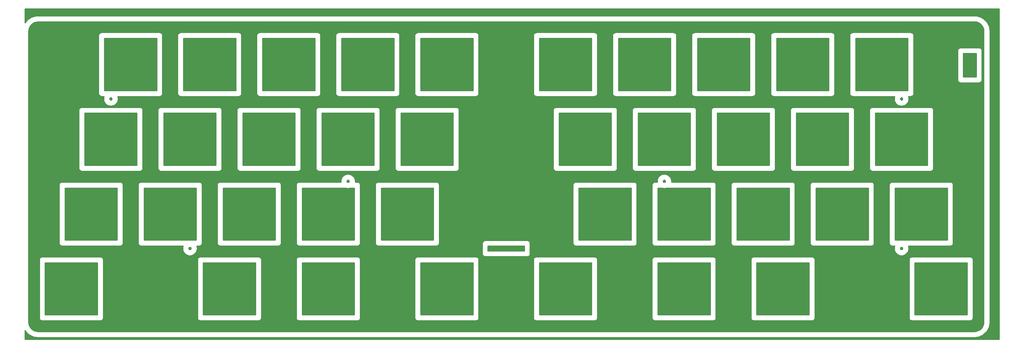
<source format=gbr>
G04 #@! TF.GenerationSoftware,KiCad,Pcbnew,5.1.6-c6e7f7d~87~ubuntu20.04.1*
G04 #@! TF.CreationDate,2021-06-15T12:00:34-07:00*
G04 #@! TF.ProjectId,ergo-Plate,6572676f-2d50-46c6-9174-652e6b696361,rev?*
G04 #@! TF.SameCoordinates,Original*
G04 #@! TF.FileFunction,Copper,L1,Top*
G04 #@! TF.FilePolarity,Positive*
%FSLAX46Y46*%
G04 Gerber Fmt 4.6, Leading zero omitted, Abs format (unit mm)*
G04 Created by KiCad (PCBNEW 5.1.6-c6e7f7d~87~ubuntu20.04.1) date 2021-06-15 12:00:34*
%MOMM*%
%LPD*%
G01*
G04 APERTURE LIST*
G04 #@! TA.AperFunction,NonConductor*
%ADD10C,0.254000*%
G04 #@! TD*
G04 APERTURE END LIST*
D10*
G36*
X246852920Y-90305480D02*
G01*
X12106920Y-90305480D01*
X12106920Y-88190023D01*
X12137788Y-88235788D01*
X12174254Y-88291513D01*
X12180740Y-88299466D01*
X12553950Y-88750599D01*
X12601240Y-88797560D01*
X12647828Y-88845134D01*
X12655735Y-88851676D01*
X13109463Y-89221728D01*
X13164956Y-89258597D01*
X13219917Y-89296230D01*
X13228944Y-89301111D01*
X13745908Y-89575985D01*
X13807547Y-89601391D01*
X13868728Y-89627613D01*
X13878531Y-89630648D01*
X14439039Y-89799875D01*
X14504431Y-89812823D01*
X14569547Y-89826664D01*
X14579753Y-89827737D01*
X15162456Y-89884872D01*
X15162457Y-89884872D01*
X15198075Y-89888380D01*
X240890285Y-89888380D01*
X240923064Y-89885152D01*
X240941739Y-89885282D01*
X240951952Y-89884281D01*
X241534242Y-89823080D01*
X241599568Y-89809670D01*
X241664936Y-89797201D01*
X241674752Y-89794237D01*
X241674759Y-89794236D01*
X241674765Y-89794233D01*
X242234074Y-89621098D01*
X242295481Y-89595285D01*
X242357249Y-89570329D01*
X242366310Y-89565511D01*
X242881342Y-89287035D01*
X242936588Y-89249772D01*
X242992313Y-89213306D01*
X243000266Y-89206820D01*
X243451399Y-88833610D01*
X243498360Y-88786320D01*
X243545934Y-88739732D01*
X243552476Y-88731825D01*
X243922528Y-88278097D01*
X243959397Y-88222604D01*
X243997030Y-88167643D01*
X244001911Y-88158616D01*
X244276785Y-87641652D01*
X244302191Y-87580013D01*
X244328413Y-87518832D01*
X244331448Y-87509029D01*
X244500675Y-86948521D01*
X244513623Y-86883129D01*
X244527464Y-86818013D01*
X244528537Y-86807807D01*
X244585672Y-86225104D01*
X244585672Y-86225103D01*
X244589180Y-86189485D01*
X244589180Y-15917275D01*
X244585952Y-15884496D01*
X244586082Y-15865821D01*
X244585081Y-15855607D01*
X244523880Y-15273318D01*
X244510474Y-15208011D01*
X244498001Y-15142625D01*
X244495037Y-15132808D01*
X244495036Y-15132801D01*
X244495033Y-15132795D01*
X244321898Y-14573487D01*
X244296083Y-14512076D01*
X244271129Y-14450311D01*
X244266311Y-14441250D01*
X243987835Y-13926218D01*
X243950572Y-13870972D01*
X243914106Y-13815247D01*
X243907620Y-13807294D01*
X243534410Y-13356161D01*
X243487137Y-13309217D01*
X243440532Y-13261626D01*
X243432625Y-13255084D01*
X242978897Y-12885032D01*
X242923378Y-12848145D01*
X242868443Y-12810531D01*
X242859416Y-12805649D01*
X242342452Y-12530775D01*
X242280813Y-12505369D01*
X242219632Y-12479147D01*
X242209829Y-12476112D01*
X241649321Y-12306885D01*
X241583961Y-12293943D01*
X241518813Y-12280096D01*
X241508607Y-12279023D01*
X240925904Y-12221888D01*
X240925903Y-12221888D01*
X240890285Y-12218380D01*
X15198075Y-12218380D01*
X15165296Y-12221608D01*
X15146621Y-12221478D01*
X15136407Y-12222479D01*
X14554118Y-12283680D01*
X14488811Y-12297086D01*
X14423425Y-12309559D01*
X14413608Y-12312523D01*
X14413601Y-12312524D01*
X14413595Y-12312527D01*
X13854287Y-12485662D01*
X13792876Y-12511477D01*
X13731111Y-12536431D01*
X13722050Y-12541249D01*
X13207018Y-12819725D01*
X13151772Y-12856988D01*
X13096047Y-12893454D01*
X13088094Y-12899940D01*
X12636961Y-13273150D01*
X12590017Y-13320423D01*
X12542426Y-13367028D01*
X12535884Y-13374935D01*
X12165832Y-13828663D01*
X12128945Y-13884182D01*
X12106920Y-13916349D01*
X12106920Y-10559480D01*
X246852920Y-10559480D01*
X246852920Y-90305480D01*
G37*
X246852920Y-90305480D02*
X12106920Y-90305480D01*
X12106920Y-88190023D01*
X12137788Y-88235788D01*
X12174254Y-88291513D01*
X12180740Y-88299466D01*
X12553950Y-88750599D01*
X12601240Y-88797560D01*
X12647828Y-88845134D01*
X12655735Y-88851676D01*
X13109463Y-89221728D01*
X13164956Y-89258597D01*
X13219917Y-89296230D01*
X13228944Y-89301111D01*
X13745908Y-89575985D01*
X13807547Y-89601391D01*
X13868728Y-89627613D01*
X13878531Y-89630648D01*
X14439039Y-89799875D01*
X14504431Y-89812823D01*
X14569547Y-89826664D01*
X14579753Y-89827737D01*
X15162456Y-89884872D01*
X15162457Y-89884872D01*
X15198075Y-89888380D01*
X240890285Y-89888380D01*
X240923064Y-89885152D01*
X240941739Y-89885282D01*
X240951952Y-89884281D01*
X241534242Y-89823080D01*
X241599568Y-89809670D01*
X241664936Y-89797201D01*
X241674752Y-89794237D01*
X241674759Y-89794236D01*
X241674765Y-89794233D01*
X242234074Y-89621098D01*
X242295481Y-89595285D01*
X242357249Y-89570329D01*
X242366310Y-89565511D01*
X242881342Y-89287035D01*
X242936588Y-89249772D01*
X242992313Y-89213306D01*
X243000266Y-89206820D01*
X243451399Y-88833610D01*
X243498360Y-88786320D01*
X243545934Y-88739732D01*
X243552476Y-88731825D01*
X243922528Y-88278097D01*
X243959397Y-88222604D01*
X243997030Y-88167643D01*
X244001911Y-88158616D01*
X244276785Y-87641652D01*
X244302191Y-87580013D01*
X244328413Y-87518832D01*
X244331448Y-87509029D01*
X244500675Y-86948521D01*
X244513623Y-86883129D01*
X244527464Y-86818013D01*
X244528537Y-86807807D01*
X244585672Y-86225104D01*
X244585672Y-86225103D01*
X244589180Y-86189485D01*
X244589180Y-15917275D01*
X244585952Y-15884496D01*
X244586082Y-15865821D01*
X244585081Y-15855607D01*
X244523880Y-15273318D01*
X244510474Y-15208011D01*
X244498001Y-15142625D01*
X244495037Y-15132808D01*
X244495036Y-15132801D01*
X244495033Y-15132795D01*
X244321898Y-14573487D01*
X244296083Y-14512076D01*
X244271129Y-14450311D01*
X244266311Y-14441250D01*
X243987835Y-13926218D01*
X243950572Y-13870972D01*
X243914106Y-13815247D01*
X243907620Y-13807294D01*
X243534410Y-13356161D01*
X243487137Y-13309217D01*
X243440532Y-13261626D01*
X243432625Y-13255084D01*
X242978897Y-12885032D01*
X242923378Y-12848145D01*
X242868443Y-12810531D01*
X242859416Y-12805649D01*
X242342452Y-12530775D01*
X242280813Y-12505369D01*
X242219632Y-12479147D01*
X242209829Y-12476112D01*
X241649321Y-12306885D01*
X241583961Y-12293943D01*
X241518813Y-12280096D01*
X241508607Y-12279023D01*
X240925904Y-12221888D01*
X240925903Y-12221888D01*
X240890285Y-12218380D01*
X15198075Y-12218380D01*
X15165296Y-12221608D01*
X15146621Y-12221478D01*
X15136407Y-12222479D01*
X14554118Y-12283680D01*
X14488811Y-12297086D01*
X14423425Y-12309559D01*
X14413608Y-12312523D01*
X14413601Y-12312524D01*
X14413595Y-12312527D01*
X13854287Y-12485662D01*
X13792876Y-12511477D01*
X13731111Y-12536431D01*
X13722050Y-12541249D01*
X13207018Y-12819725D01*
X13151772Y-12856988D01*
X13096047Y-12893454D01*
X13088094Y-12899940D01*
X12636961Y-13273150D01*
X12590017Y-13320423D01*
X12542426Y-13367028D01*
X12535884Y-13374935D01*
X12165832Y-13828663D01*
X12128945Y-13884182D01*
X12106920Y-13916349D01*
X12106920Y-10559480D01*
X246852920Y-10559480D01*
X246852920Y-90305480D01*
G36*
X241293435Y-13734974D02*
G01*
X241715961Y-13862542D01*
X242105662Y-14069749D01*
X242447693Y-14348704D01*
X242729029Y-14688779D01*
X242938951Y-15077024D01*
X243069465Y-15498645D01*
X243119181Y-15971663D01*
X243119180Y-86117433D01*
X243072586Y-86592635D01*
X242945018Y-87015161D01*
X242737811Y-87404862D01*
X242458856Y-87746893D01*
X242118781Y-88028229D01*
X241730536Y-88238151D01*
X241308917Y-88368665D01*
X240835906Y-88418380D01*
X15270127Y-88418380D01*
X14794925Y-88371786D01*
X14372399Y-88244218D01*
X13982698Y-88037011D01*
X13640667Y-87758056D01*
X13359331Y-87417981D01*
X13149409Y-87029736D01*
X13018895Y-86608117D01*
X12969180Y-86135106D01*
X12969180Y-71125320D01*
X15547885Y-71125320D01*
X15551320Y-71160197D01*
X15551321Y-85090433D01*
X15547885Y-85125320D01*
X15561593Y-85264504D01*
X15602192Y-85398340D01*
X15668120Y-85521683D01*
X15756845Y-85629795D01*
X15864957Y-85718520D01*
X15988300Y-85784448D01*
X16122136Y-85825047D01*
X16226443Y-85835320D01*
X16261320Y-85838755D01*
X16296197Y-85835320D01*
X30226443Y-85835320D01*
X30261320Y-85838755D01*
X30296197Y-85835320D01*
X30400504Y-85825047D01*
X30534340Y-85784448D01*
X30657683Y-85718520D01*
X30765795Y-85629795D01*
X30854520Y-85521683D01*
X30920448Y-85398340D01*
X30961047Y-85264504D01*
X30974755Y-85125320D01*
X30971320Y-85090443D01*
X30971320Y-71160197D01*
X30974755Y-71125320D01*
X53647925Y-71125320D01*
X53651360Y-71160197D01*
X53651361Y-85090433D01*
X53647925Y-85125320D01*
X53661633Y-85264504D01*
X53702232Y-85398340D01*
X53768160Y-85521683D01*
X53856885Y-85629795D01*
X53964997Y-85718520D01*
X54088340Y-85784448D01*
X54222176Y-85825047D01*
X54326483Y-85835320D01*
X54361360Y-85838755D01*
X54396237Y-85835320D01*
X68326483Y-85835320D01*
X68361360Y-85838755D01*
X68396237Y-85835320D01*
X68500544Y-85825047D01*
X68634380Y-85784448D01*
X68757723Y-85718520D01*
X68865835Y-85629795D01*
X68954560Y-85521683D01*
X69020488Y-85398340D01*
X69061087Y-85264504D01*
X69074795Y-85125320D01*
X69071360Y-85090443D01*
X69071360Y-71160197D01*
X69074795Y-71125320D01*
X77460425Y-71125320D01*
X77463860Y-71160197D01*
X77463861Y-85090433D01*
X77460425Y-85125320D01*
X77474133Y-85264504D01*
X77514732Y-85398340D01*
X77580660Y-85521683D01*
X77669385Y-85629795D01*
X77777497Y-85718520D01*
X77900840Y-85784448D01*
X78034676Y-85825047D01*
X78138983Y-85835320D01*
X78173860Y-85838755D01*
X78208737Y-85835320D01*
X92138983Y-85835320D01*
X92173860Y-85838755D01*
X92208737Y-85835320D01*
X92313044Y-85825047D01*
X92446880Y-85784448D01*
X92570223Y-85718520D01*
X92678335Y-85629795D01*
X92767060Y-85521683D01*
X92832988Y-85398340D01*
X92873587Y-85264504D01*
X92887295Y-85125320D01*
X92883860Y-85090443D01*
X92883860Y-71160197D01*
X92887295Y-71125320D01*
X106035425Y-71125320D01*
X106038860Y-71160197D01*
X106038861Y-85090433D01*
X106035425Y-85125320D01*
X106049133Y-85264504D01*
X106089732Y-85398340D01*
X106155660Y-85521683D01*
X106244385Y-85629795D01*
X106352497Y-85718520D01*
X106475840Y-85784448D01*
X106609676Y-85825047D01*
X106713983Y-85835320D01*
X106748860Y-85838755D01*
X106783737Y-85835320D01*
X120713983Y-85835320D01*
X120748860Y-85838755D01*
X120783737Y-85835320D01*
X120888044Y-85825047D01*
X121021880Y-85784448D01*
X121145223Y-85718520D01*
X121253335Y-85629795D01*
X121342060Y-85521683D01*
X121407988Y-85398340D01*
X121448587Y-85264504D01*
X121462295Y-85125320D01*
X121458860Y-85090443D01*
X121458860Y-71160197D01*
X121462295Y-71125320D01*
X134610425Y-71125320D01*
X134613860Y-71160197D01*
X134613861Y-85090433D01*
X134610425Y-85125320D01*
X134624133Y-85264504D01*
X134664732Y-85398340D01*
X134730660Y-85521683D01*
X134819385Y-85629795D01*
X134927497Y-85718520D01*
X135050840Y-85784448D01*
X135184676Y-85825047D01*
X135288983Y-85835320D01*
X135323860Y-85838755D01*
X135358737Y-85835320D01*
X149288983Y-85835320D01*
X149323860Y-85838755D01*
X149358737Y-85835320D01*
X149463044Y-85825047D01*
X149596880Y-85784448D01*
X149720223Y-85718520D01*
X149828335Y-85629795D01*
X149917060Y-85521683D01*
X149982988Y-85398340D01*
X150023587Y-85264504D01*
X150037295Y-85125320D01*
X150033860Y-85090443D01*
X150033860Y-71160197D01*
X150037295Y-71125320D01*
X163185385Y-71125320D01*
X163188820Y-71160197D01*
X163188821Y-85090433D01*
X163185385Y-85125320D01*
X163199093Y-85264504D01*
X163239692Y-85398340D01*
X163305620Y-85521683D01*
X163394345Y-85629795D01*
X163502457Y-85718520D01*
X163625800Y-85784448D01*
X163759636Y-85825047D01*
X163863943Y-85835320D01*
X163898820Y-85838755D01*
X163933697Y-85835320D01*
X177863943Y-85835320D01*
X177898820Y-85838755D01*
X177933697Y-85835320D01*
X178038004Y-85825047D01*
X178171840Y-85784448D01*
X178295183Y-85718520D01*
X178403295Y-85629795D01*
X178492020Y-85521683D01*
X178557948Y-85398340D01*
X178598547Y-85264504D01*
X178612255Y-85125320D01*
X178608820Y-85090443D01*
X178608820Y-71160197D01*
X178612255Y-71125320D01*
X186997885Y-71125320D01*
X187001320Y-71160197D01*
X187001321Y-85090433D01*
X186997885Y-85125320D01*
X187011593Y-85264504D01*
X187052192Y-85398340D01*
X187118120Y-85521683D01*
X187206845Y-85629795D01*
X187314957Y-85718520D01*
X187438300Y-85784448D01*
X187572136Y-85825047D01*
X187676443Y-85835320D01*
X187711320Y-85838755D01*
X187746197Y-85835320D01*
X201676443Y-85835320D01*
X201711320Y-85838755D01*
X201746197Y-85835320D01*
X201850504Y-85825047D01*
X201984340Y-85784448D01*
X202107683Y-85718520D01*
X202215795Y-85629795D01*
X202304520Y-85521683D01*
X202370448Y-85398340D01*
X202411047Y-85264504D01*
X202424755Y-85125320D01*
X202421320Y-85090443D01*
X202421320Y-71160197D01*
X202424755Y-71125320D01*
X225097885Y-71125320D01*
X225101320Y-71160197D01*
X225101321Y-85090433D01*
X225097885Y-85125320D01*
X225111593Y-85264504D01*
X225152192Y-85398340D01*
X225218120Y-85521683D01*
X225306845Y-85629795D01*
X225414957Y-85718520D01*
X225538300Y-85784448D01*
X225672136Y-85825047D01*
X225776443Y-85835320D01*
X225811320Y-85838755D01*
X225846197Y-85835320D01*
X239776443Y-85835320D01*
X239811320Y-85838755D01*
X239846197Y-85835320D01*
X239950504Y-85825047D01*
X240084340Y-85784448D01*
X240207683Y-85718520D01*
X240315795Y-85629795D01*
X240404520Y-85521683D01*
X240470448Y-85398340D01*
X240511047Y-85264504D01*
X240524755Y-85125320D01*
X240521320Y-85090443D01*
X240521320Y-71160197D01*
X240524755Y-71125320D01*
X240511047Y-70986136D01*
X240470448Y-70852300D01*
X240404520Y-70728957D01*
X240315795Y-70620845D01*
X240207683Y-70532120D01*
X240084340Y-70466192D01*
X239950504Y-70425593D01*
X239846197Y-70415320D01*
X239811320Y-70411885D01*
X239776443Y-70415320D01*
X225846197Y-70415320D01*
X225811320Y-70411885D01*
X225776443Y-70415320D01*
X225672136Y-70425593D01*
X225538300Y-70466192D01*
X225414957Y-70532120D01*
X225306845Y-70620845D01*
X225218120Y-70728957D01*
X225152192Y-70852300D01*
X225111593Y-70986136D01*
X225097885Y-71125320D01*
X202424755Y-71125320D01*
X202411047Y-70986136D01*
X202370448Y-70852300D01*
X202304520Y-70728957D01*
X202215795Y-70620845D01*
X202107683Y-70532120D01*
X201984340Y-70466192D01*
X201850504Y-70425593D01*
X201746197Y-70415320D01*
X201711320Y-70411885D01*
X201676443Y-70415320D01*
X187746197Y-70415320D01*
X187711320Y-70411885D01*
X187676443Y-70415320D01*
X187572136Y-70425593D01*
X187438300Y-70466192D01*
X187314957Y-70532120D01*
X187206845Y-70620845D01*
X187118120Y-70728957D01*
X187052192Y-70852300D01*
X187011593Y-70986136D01*
X186997885Y-71125320D01*
X178612255Y-71125320D01*
X178598547Y-70986136D01*
X178557948Y-70852300D01*
X178492020Y-70728957D01*
X178403295Y-70620845D01*
X178295183Y-70532120D01*
X178171840Y-70466192D01*
X178038004Y-70425593D01*
X177933697Y-70415320D01*
X177898820Y-70411885D01*
X177863943Y-70415320D01*
X163933697Y-70415320D01*
X163898820Y-70411885D01*
X163863943Y-70415320D01*
X163759636Y-70425593D01*
X163625800Y-70466192D01*
X163502457Y-70532120D01*
X163394345Y-70620845D01*
X163305620Y-70728957D01*
X163239692Y-70852300D01*
X163199093Y-70986136D01*
X163185385Y-71125320D01*
X150037295Y-71125320D01*
X150023587Y-70986136D01*
X149982988Y-70852300D01*
X149917060Y-70728957D01*
X149828335Y-70620845D01*
X149720223Y-70532120D01*
X149596880Y-70466192D01*
X149463044Y-70425593D01*
X149358737Y-70415320D01*
X149323860Y-70411885D01*
X149288983Y-70415320D01*
X135358737Y-70415320D01*
X135323860Y-70411885D01*
X135288983Y-70415320D01*
X135184676Y-70425593D01*
X135050840Y-70466192D01*
X134927497Y-70532120D01*
X134819385Y-70620845D01*
X134730660Y-70728957D01*
X134664732Y-70852300D01*
X134624133Y-70986136D01*
X134610425Y-71125320D01*
X121462295Y-71125320D01*
X121448587Y-70986136D01*
X121407988Y-70852300D01*
X121342060Y-70728957D01*
X121253335Y-70620845D01*
X121145223Y-70532120D01*
X121021880Y-70466192D01*
X120888044Y-70425593D01*
X120783737Y-70415320D01*
X120748860Y-70411885D01*
X120713983Y-70415320D01*
X106783737Y-70415320D01*
X106748860Y-70411885D01*
X106713983Y-70415320D01*
X106609676Y-70425593D01*
X106475840Y-70466192D01*
X106352497Y-70532120D01*
X106244385Y-70620845D01*
X106155660Y-70728957D01*
X106089732Y-70852300D01*
X106049133Y-70986136D01*
X106035425Y-71125320D01*
X92887295Y-71125320D01*
X92873587Y-70986136D01*
X92832988Y-70852300D01*
X92767060Y-70728957D01*
X92678335Y-70620845D01*
X92570223Y-70532120D01*
X92446880Y-70466192D01*
X92313044Y-70425593D01*
X92208737Y-70415320D01*
X92173860Y-70411885D01*
X92138983Y-70415320D01*
X78208737Y-70415320D01*
X78173860Y-70411885D01*
X78138983Y-70415320D01*
X78034676Y-70425593D01*
X77900840Y-70466192D01*
X77777497Y-70532120D01*
X77669385Y-70620845D01*
X77580660Y-70728957D01*
X77514732Y-70852300D01*
X77474133Y-70986136D01*
X77460425Y-71125320D01*
X69074795Y-71125320D01*
X69061087Y-70986136D01*
X69020488Y-70852300D01*
X68954560Y-70728957D01*
X68865835Y-70620845D01*
X68757723Y-70532120D01*
X68634380Y-70466192D01*
X68500544Y-70425593D01*
X68396237Y-70415320D01*
X68361360Y-70411885D01*
X68326483Y-70415320D01*
X54396237Y-70415320D01*
X54361360Y-70411885D01*
X54326483Y-70415320D01*
X54222176Y-70425593D01*
X54088340Y-70466192D01*
X53964997Y-70532120D01*
X53856885Y-70620845D01*
X53768160Y-70728957D01*
X53702232Y-70852300D01*
X53661633Y-70986136D01*
X53647925Y-71125320D01*
X30974755Y-71125320D01*
X30961047Y-70986136D01*
X30920448Y-70852300D01*
X30854520Y-70728957D01*
X30765795Y-70620845D01*
X30657683Y-70532120D01*
X30534340Y-70466192D01*
X30400504Y-70425593D01*
X30296197Y-70415320D01*
X30261320Y-70411885D01*
X30226443Y-70415320D01*
X16296197Y-70415320D01*
X16261320Y-70411885D01*
X16226443Y-70415320D01*
X16122136Y-70425593D01*
X15988300Y-70466192D01*
X15864957Y-70532120D01*
X15756845Y-70620845D01*
X15668120Y-70728957D01*
X15602192Y-70852300D01*
X15561593Y-70986136D01*
X15547885Y-71125320D01*
X12969180Y-71125320D01*
X12969180Y-53075320D01*
X20310385Y-53075320D01*
X20313820Y-53110197D01*
X20313821Y-67040433D01*
X20310385Y-67075320D01*
X20324093Y-67214504D01*
X20364692Y-67348340D01*
X20430620Y-67471683D01*
X20519345Y-67579795D01*
X20627457Y-67668520D01*
X20750800Y-67734448D01*
X20884636Y-67775047D01*
X20988943Y-67785320D01*
X21023820Y-67788755D01*
X21058697Y-67785320D01*
X34988943Y-67785320D01*
X35023820Y-67788755D01*
X35058697Y-67785320D01*
X35163004Y-67775047D01*
X35296840Y-67734448D01*
X35420183Y-67668520D01*
X35528295Y-67579795D01*
X35617020Y-67471683D01*
X35682948Y-67348340D01*
X35723547Y-67214504D01*
X35737255Y-67075320D01*
X35733820Y-67040443D01*
X35733820Y-53110197D01*
X35737255Y-53075320D01*
X39360385Y-53075320D01*
X39363820Y-53110197D01*
X39363821Y-67040433D01*
X39360385Y-67075320D01*
X39374093Y-67214504D01*
X39414692Y-67348340D01*
X39480620Y-67471683D01*
X39569345Y-67579795D01*
X39677457Y-67668520D01*
X39800800Y-67734448D01*
X39934636Y-67775047D01*
X40038943Y-67785320D01*
X40073820Y-67788755D01*
X40108697Y-67785320D01*
X50199382Y-67785320D01*
X50164750Y-67868930D01*
X50097631Y-68206360D01*
X50097631Y-68550400D01*
X50164750Y-68887830D01*
X50296408Y-69205681D01*
X50487547Y-69491740D01*
X50730820Y-69735013D01*
X51016879Y-69926152D01*
X51334730Y-70057810D01*
X51672160Y-70124929D01*
X52016200Y-70124929D01*
X52353630Y-70057810D01*
X52671481Y-69926152D01*
X52957540Y-69735013D01*
X53200813Y-69491740D01*
X53391952Y-69205681D01*
X53523610Y-68887830D01*
X53590729Y-68550400D01*
X53590729Y-68206360D01*
X53523610Y-67868930D01*
X53488978Y-67785320D01*
X54038943Y-67785320D01*
X54073820Y-67788755D01*
X54108697Y-67785320D01*
X54213004Y-67775047D01*
X54346840Y-67734448D01*
X54470183Y-67668520D01*
X54578295Y-67579795D01*
X54667020Y-67471683D01*
X54732948Y-67348340D01*
X54773547Y-67214504D01*
X54787255Y-67075320D01*
X54783820Y-67040443D01*
X54783820Y-53110197D01*
X54787255Y-53075320D01*
X58410385Y-53075320D01*
X58413820Y-53110197D01*
X58413821Y-67040433D01*
X58410385Y-67075320D01*
X58424093Y-67214504D01*
X58464692Y-67348340D01*
X58530620Y-67471683D01*
X58619345Y-67579795D01*
X58727457Y-67668520D01*
X58850800Y-67734448D01*
X58984636Y-67775047D01*
X59088943Y-67785320D01*
X59123820Y-67788755D01*
X59158697Y-67785320D01*
X73088943Y-67785320D01*
X73123820Y-67788755D01*
X73158697Y-67785320D01*
X73263004Y-67775047D01*
X73396840Y-67734448D01*
X73520183Y-67668520D01*
X73628295Y-67579795D01*
X73717020Y-67471683D01*
X73782948Y-67348340D01*
X73823547Y-67214504D01*
X73837255Y-67075320D01*
X73833820Y-67040443D01*
X73833820Y-53110197D01*
X73837255Y-53075320D01*
X77460385Y-53075320D01*
X77463820Y-53110197D01*
X77463821Y-67040433D01*
X77460385Y-67075320D01*
X77474093Y-67214504D01*
X77514692Y-67348340D01*
X77580620Y-67471683D01*
X77669345Y-67579795D01*
X77777457Y-67668520D01*
X77900800Y-67734448D01*
X78034636Y-67775047D01*
X78138943Y-67785320D01*
X78173820Y-67788755D01*
X78208697Y-67785320D01*
X92138943Y-67785320D01*
X92173820Y-67788755D01*
X92208697Y-67785320D01*
X92313004Y-67775047D01*
X92446840Y-67734448D01*
X92570183Y-67668520D01*
X92678295Y-67579795D01*
X92767020Y-67471683D01*
X92832948Y-67348340D01*
X92873547Y-67214504D01*
X92887255Y-67075320D01*
X92883820Y-67040443D01*
X92883820Y-53110197D01*
X92887255Y-53075320D01*
X96510385Y-53075320D01*
X96513820Y-53110197D01*
X96513821Y-67040433D01*
X96510385Y-67075320D01*
X96524093Y-67214504D01*
X96564692Y-67348340D01*
X96630620Y-67471683D01*
X96719345Y-67579795D01*
X96827457Y-67668520D01*
X96950800Y-67734448D01*
X97084636Y-67775047D01*
X97188943Y-67785320D01*
X97223820Y-67788755D01*
X97258697Y-67785320D01*
X111188943Y-67785320D01*
X111223820Y-67788755D01*
X111258697Y-67785320D01*
X111363004Y-67775047D01*
X111496840Y-67734448D01*
X111620183Y-67668520D01*
X111728295Y-67579795D01*
X111817020Y-67471683D01*
X111882948Y-67348340D01*
X111923547Y-67214504D01*
X111930652Y-67142360D01*
X122288326Y-67142360D01*
X122291640Y-67176007D01*
X122291641Y-69623303D01*
X122288326Y-69656960D01*
X122301552Y-69791243D01*
X122340721Y-69920366D01*
X122404328Y-70039367D01*
X122489929Y-70143671D01*
X122594233Y-70229272D01*
X122713234Y-70292879D01*
X122842357Y-70332048D01*
X122942993Y-70341960D01*
X122976640Y-70345274D01*
X123010287Y-70341960D01*
X133077593Y-70341960D01*
X133111240Y-70345274D01*
X133144887Y-70341960D01*
X133245523Y-70332048D01*
X133374646Y-70292879D01*
X133493647Y-70229272D01*
X133597951Y-70143671D01*
X133683552Y-70039367D01*
X133747159Y-69920366D01*
X133786328Y-69791243D01*
X133799554Y-69656960D01*
X133796240Y-69623313D01*
X133796240Y-67176007D01*
X133799554Y-67142360D01*
X133786328Y-67008077D01*
X133747159Y-66878954D01*
X133683552Y-66759953D01*
X133597951Y-66655649D01*
X133493647Y-66570048D01*
X133374646Y-66506441D01*
X133245523Y-66467272D01*
X133144887Y-66457360D01*
X133111240Y-66454046D01*
X133077593Y-66457360D01*
X123010287Y-66457360D01*
X122976640Y-66454046D01*
X122942993Y-66457360D01*
X122842357Y-66467272D01*
X122713234Y-66506441D01*
X122594233Y-66570048D01*
X122489929Y-66655649D01*
X122404328Y-66759953D01*
X122340721Y-66878954D01*
X122301552Y-67008077D01*
X122288326Y-67142360D01*
X111930652Y-67142360D01*
X111937255Y-67075320D01*
X111933820Y-67040443D01*
X111933820Y-53110197D01*
X111937255Y-53075320D01*
X144135385Y-53075320D01*
X144138820Y-53110197D01*
X144138821Y-67040433D01*
X144135385Y-67075320D01*
X144149093Y-67214504D01*
X144189692Y-67348340D01*
X144255620Y-67471683D01*
X144344345Y-67579795D01*
X144452457Y-67668520D01*
X144575800Y-67734448D01*
X144709636Y-67775047D01*
X144813943Y-67785320D01*
X144848820Y-67788755D01*
X144883697Y-67785320D01*
X158813943Y-67785320D01*
X158848820Y-67788755D01*
X158883697Y-67785320D01*
X158988004Y-67775047D01*
X159121840Y-67734448D01*
X159245183Y-67668520D01*
X159353295Y-67579795D01*
X159442020Y-67471683D01*
X159507948Y-67348340D01*
X159548547Y-67214504D01*
X159562255Y-67075320D01*
X159558820Y-67040443D01*
X159558820Y-53110197D01*
X159562255Y-53075320D01*
X163185385Y-53075320D01*
X163188820Y-53110197D01*
X163188821Y-67040433D01*
X163185385Y-67075320D01*
X163199093Y-67214504D01*
X163239692Y-67348340D01*
X163305620Y-67471683D01*
X163394345Y-67579795D01*
X163502457Y-67668520D01*
X163625800Y-67734448D01*
X163759636Y-67775047D01*
X163863943Y-67785320D01*
X163898820Y-67788755D01*
X163933697Y-67785320D01*
X177863943Y-67785320D01*
X177898820Y-67788755D01*
X177933697Y-67785320D01*
X178038004Y-67775047D01*
X178171840Y-67734448D01*
X178295183Y-67668520D01*
X178403295Y-67579795D01*
X178492020Y-67471683D01*
X178557948Y-67348340D01*
X178598547Y-67214504D01*
X178612255Y-67075320D01*
X178608820Y-67040443D01*
X178608820Y-53110197D01*
X178612255Y-53075320D01*
X182235385Y-53075320D01*
X182238820Y-53110197D01*
X182238821Y-67040433D01*
X182235385Y-67075320D01*
X182249093Y-67214504D01*
X182289692Y-67348340D01*
X182355620Y-67471683D01*
X182444345Y-67579795D01*
X182552457Y-67668520D01*
X182675800Y-67734448D01*
X182809636Y-67775047D01*
X182913943Y-67785320D01*
X182948820Y-67788755D01*
X182983697Y-67785320D01*
X196913943Y-67785320D01*
X196948820Y-67788755D01*
X196983697Y-67785320D01*
X197088004Y-67775047D01*
X197221840Y-67734448D01*
X197345183Y-67668520D01*
X197453295Y-67579795D01*
X197542020Y-67471683D01*
X197607948Y-67348340D01*
X197648547Y-67214504D01*
X197662255Y-67075320D01*
X197658820Y-67040443D01*
X197658820Y-53110197D01*
X197662255Y-53075320D01*
X201285385Y-53075320D01*
X201288820Y-53110197D01*
X201288821Y-67040433D01*
X201285385Y-67075320D01*
X201299093Y-67214504D01*
X201339692Y-67348340D01*
X201405620Y-67471683D01*
X201494345Y-67579795D01*
X201602457Y-67668520D01*
X201725800Y-67734448D01*
X201859636Y-67775047D01*
X201963943Y-67785320D01*
X201998820Y-67788755D01*
X202033697Y-67785320D01*
X215963943Y-67785320D01*
X215998820Y-67788755D01*
X216033697Y-67785320D01*
X216138004Y-67775047D01*
X216271840Y-67734448D01*
X216395183Y-67668520D01*
X216503295Y-67579795D01*
X216592020Y-67471683D01*
X216657948Y-67348340D01*
X216698547Y-67214504D01*
X216712255Y-67075320D01*
X216708820Y-67040443D01*
X216708820Y-53110197D01*
X216712255Y-53075320D01*
X220335385Y-53075320D01*
X220338820Y-53110197D01*
X220338821Y-67040433D01*
X220335385Y-67075320D01*
X220349093Y-67214504D01*
X220389692Y-67348340D01*
X220455620Y-67471683D01*
X220544345Y-67579795D01*
X220652457Y-67668520D01*
X220775800Y-67734448D01*
X220909636Y-67775047D01*
X221013943Y-67785320D01*
X221048820Y-67788755D01*
X221083697Y-67785320D01*
X221649382Y-67785320D01*
X221614750Y-67868930D01*
X221547631Y-68206360D01*
X221547631Y-68550400D01*
X221614750Y-68887830D01*
X221746408Y-69205681D01*
X221937547Y-69491740D01*
X222180820Y-69735013D01*
X222466879Y-69926152D01*
X222784730Y-70057810D01*
X223122160Y-70124929D01*
X223466200Y-70124929D01*
X223803630Y-70057810D01*
X224121481Y-69926152D01*
X224407540Y-69735013D01*
X224650813Y-69491740D01*
X224841952Y-69205681D01*
X224973610Y-68887830D01*
X225040729Y-68550400D01*
X225040729Y-68206360D01*
X224973610Y-67868930D01*
X224938978Y-67785320D01*
X235013943Y-67785320D01*
X235048820Y-67788755D01*
X235083697Y-67785320D01*
X235188004Y-67775047D01*
X235321840Y-67734448D01*
X235445183Y-67668520D01*
X235553295Y-67579795D01*
X235642020Y-67471683D01*
X235707948Y-67348340D01*
X235748547Y-67214504D01*
X235762255Y-67075320D01*
X235758820Y-67040443D01*
X235758820Y-53110197D01*
X235762255Y-53075320D01*
X235748547Y-52936136D01*
X235707948Y-52802300D01*
X235642020Y-52678957D01*
X235553295Y-52570845D01*
X235445183Y-52482120D01*
X235321840Y-52416192D01*
X235188004Y-52375593D01*
X235083697Y-52365320D01*
X235048820Y-52361885D01*
X235013943Y-52365320D01*
X221083697Y-52365320D01*
X221048820Y-52361885D01*
X221013943Y-52365320D01*
X220909636Y-52375593D01*
X220775800Y-52416192D01*
X220652457Y-52482120D01*
X220544345Y-52570845D01*
X220455620Y-52678957D01*
X220389692Y-52802300D01*
X220349093Y-52936136D01*
X220335385Y-53075320D01*
X216712255Y-53075320D01*
X216698547Y-52936136D01*
X216657948Y-52802300D01*
X216592020Y-52678957D01*
X216503295Y-52570845D01*
X216395183Y-52482120D01*
X216271840Y-52416192D01*
X216138004Y-52375593D01*
X216033697Y-52365320D01*
X215998820Y-52361885D01*
X215963943Y-52365320D01*
X202033697Y-52365320D01*
X201998820Y-52361885D01*
X201963943Y-52365320D01*
X201859636Y-52375593D01*
X201725800Y-52416192D01*
X201602457Y-52482120D01*
X201494345Y-52570845D01*
X201405620Y-52678957D01*
X201339692Y-52802300D01*
X201299093Y-52936136D01*
X201285385Y-53075320D01*
X197662255Y-53075320D01*
X197648547Y-52936136D01*
X197607948Y-52802300D01*
X197542020Y-52678957D01*
X197453295Y-52570845D01*
X197345183Y-52482120D01*
X197221840Y-52416192D01*
X197088004Y-52375593D01*
X196983697Y-52365320D01*
X196948820Y-52361885D01*
X196913943Y-52365320D01*
X182983697Y-52365320D01*
X182948820Y-52361885D01*
X182913943Y-52365320D01*
X182809636Y-52375593D01*
X182675800Y-52416192D01*
X182552457Y-52482120D01*
X182444345Y-52570845D01*
X182355620Y-52678957D01*
X182289692Y-52802300D01*
X182249093Y-52936136D01*
X182235385Y-53075320D01*
X178612255Y-53075320D01*
X178598547Y-52936136D01*
X178557948Y-52802300D01*
X178492020Y-52678957D01*
X178403295Y-52570845D01*
X178295183Y-52482120D01*
X178171840Y-52416192D01*
X178038004Y-52375593D01*
X177933697Y-52365320D01*
X177898820Y-52361885D01*
X177863943Y-52365320D01*
X167887761Y-52365320D01*
X167890729Y-52350400D01*
X167890729Y-52006360D01*
X167823610Y-51668930D01*
X167691952Y-51351079D01*
X167500813Y-51065020D01*
X167257540Y-50821747D01*
X166971481Y-50630608D01*
X166653630Y-50498950D01*
X166316200Y-50431831D01*
X165972160Y-50431831D01*
X165634730Y-50498950D01*
X165316879Y-50630608D01*
X165030820Y-50821747D01*
X164787547Y-51065020D01*
X164596408Y-51351079D01*
X164464750Y-51668930D01*
X164397631Y-52006360D01*
X164397631Y-52350400D01*
X164400599Y-52365320D01*
X163933697Y-52365320D01*
X163898820Y-52361885D01*
X163863943Y-52365320D01*
X163759636Y-52375593D01*
X163625800Y-52416192D01*
X163502457Y-52482120D01*
X163394345Y-52570845D01*
X163305620Y-52678957D01*
X163239692Y-52802300D01*
X163199093Y-52936136D01*
X163185385Y-53075320D01*
X159562255Y-53075320D01*
X159548547Y-52936136D01*
X159507948Y-52802300D01*
X159442020Y-52678957D01*
X159353295Y-52570845D01*
X159245183Y-52482120D01*
X159121840Y-52416192D01*
X158988004Y-52375593D01*
X158883697Y-52365320D01*
X158848820Y-52361885D01*
X158813943Y-52365320D01*
X144883697Y-52365320D01*
X144848820Y-52361885D01*
X144813943Y-52365320D01*
X144709636Y-52375593D01*
X144575800Y-52416192D01*
X144452457Y-52482120D01*
X144344345Y-52570845D01*
X144255620Y-52678957D01*
X144189692Y-52802300D01*
X144149093Y-52936136D01*
X144135385Y-53075320D01*
X111937255Y-53075320D01*
X111923547Y-52936136D01*
X111882948Y-52802300D01*
X111817020Y-52678957D01*
X111728295Y-52570845D01*
X111620183Y-52482120D01*
X111496840Y-52416192D01*
X111363004Y-52375593D01*
X111258697Y-52365320D01*
X111223820Y-52361885D01*
X111188943Y-52365320D01*
X97258697Y-52365320D01*
X97223820Y-52361885D01*
X97188943Y-52365320D01*
X97084636Y-52375593D01*
X96950800Y-52416192D01*
X96827457Y-52482120D01*
X96719345Y-52570845D01*
X96630620Y-52678957D01*
X96564692Y-52802300D01*
X96524093Y-52936136D01*
X96510385Y-53075320D01*
X92887255Y-53075320D01*
X92873547Y-52936136D01*
X92832948Y-52802300D01*
X92767020Y-52678957D01*
X92678295Y-52570845D01*
X92570183Y-52482120D01*
X92446840Y-52416192D01*
X92313004Y-52375593D01*
X92208697Y-52365320D01*
X92173820Y-52361885D01*
X92138943Y-52365320D01*
X91687761Y-52365320D01*
X91690729Y-52350400D01*
X91690729Y-52006360D01*
X91623610Y-51668930D01*
X91491952Y-51351079D01*
X91300813Y-51065020D01*
X91057540Y-50821747D01*
X90771481Y-50630608D01*
X90453630Y-50498950D01*
X90116200Y-50431831D01*
X89772160Y-50431831D01*
X89434730Y-50498950D01*
X89116879Y-50630608D01*
X88830820Y-50821747D01*
X88587547Y-51065020D01*
X88396408Y-51351079D01*
X88264750Y-51668930D01*
X88197631Y-52006360D01*
X88197631Y-52350400D01*
X88200599Y-52365320D01*
X78208697Y-52365320D01*
X78173820Y-52361885D01*
X78138943Y-52365320D01*
X78034636Y-52375593D01*
X77900800Y-52416192D01*
X77777457Y-52482120D01*
X77669345Y-52570845D01*
X77580620Y-52678957D01*
X77514692Y-52802300D01*
X77474093Y-52936136D01*
X77460385Y-53075320D01*
X73837255Y-53075320D01*
X73823547Y-52936136D01*
X73782948Y-52802300D01*
X73717020Y-52678957D01*
X73628295Y-52570845D01*
X73520183Y-52482120D01*
X73396840Y-52416192D01*
X73263004Y-52375593D01*
X73158697Y-52365320D01*
X73123820Y-52361885D01*
X73088943Y-52365320D01*
X59158697Y-52365320D01*
X59123820Y-52361885D01*
X59088943Y-52365320D01*
X58984636Y-52375593D01*
X58850800Y-52416192D01*
X58727457Y-52482120D01*
X58619345Y-52570845D01*
X58530620Y-52678957D01*
X58464692Y-52802300D01*
X58424093Y-52936136D01*
X58410385Y-53075320D01*
X54787255Y-53075320D01*
X54773547Y-52936136D01*
X54732948Y-52802300D01*
X54667020Y-52678957D01*
X54578295Y-52570845D01*
X54470183Y-52482120D01*
X54346840Y-52416192D01*
X54213004Y-52375593D01*
X54108697Y-52365320D01*
X54073820Y-52361885D01*
X54038943Y-52365320D01*
X40108697Y-52365320D01*
X40073820Y-52361885D01*
X40038943Y-52365320D01*
X39934636Y-52375593D01*
X39800800Y-52416192D01*
X39677457Y-52482120D01*
X39569345Y-52570845D01*
X39480620Y-52678957D01*
X39414692Y-52802300D01*
X39374093Y-52936136D01*
X39360385Y-53075320D01*
X35737255Y-53075320D01*
X35723547Y-52936136D01*
X35682948Y-52802300D01*
X35617020Y-52678957D01*
X35528295Y-52570845D01*
X35420183Y-52482120D01*
X35296840Y-52416192D01*
X35163004Y-52375593D01*
X35058697Y-52365320D01*
X35023820Y-52361885D01*
X34988943Y-52365320D01*
X21058697Y-52365320D01*
X21023820Y-52361885D01*
X20988943Y-52365320D01*
X20884636Y-52375593D01*
X20750800Y-52416192D01*
X20627457Y-52482120D01*
X20519345Y-52570845D01*
X20430620Y-52678957D01*
X20364692Y-52802300D01*
X20324093Y-52936136D01*
X20310385Y-53075320D01*
X12969180Y-53075320D01*
X12969180Y-35025320D01*
X25072885Y-35025320D01*
X25076320Y-35060197D01*
X25076321Y-48990433D01*
X25072885Y-49025320D01*
X25086593Y-49164504D01*
X25127192Y-49298340D01*
X25193120Y-49421683D01*
X25281845Y-49529795D01*
X25389957Y-49618520D01*
X25513300Y-49684448D01*
X25647136Y-49725047D01*
X25751443Y-49735320D01*
X25786320Y-49738755D01*
X25821197Y-49735320D01*
X39751443Y-49735320D01*
X39786320Y-49738755D01*
X39821197Y-49735320D01*
X39925504Y-49725047D01*
X40059340Y-49684448D01*
X40182683Y-49618520D01*
X40290795Y-49529795D01*
X40379520Y-49421683D01*
X40445448Y-49298340D01*
X40486047Y-49164504D01*
X40499755Y-49025320D01*
X40496320Y-48990443D01*
X40496320Y-35060197D01*
X40499755Y-35025320D01*
X44122885Y-35025320D01*
X44126320Y-35060197D01*
X44126321Y-48990433D01*
X44122885Y-49025320D01*
X44136593Y-49164504D01*
X44177192Y-49298340D01*
X44243120Y-49421683D01*
X44331845Y-49529795D01*
X44439957Y-49618520D01*
X44563300Y-49684448D01*
X44697136Y-49725047D01*
X44801443Y-49735320D01*
X44836320Y-49738755D01*
X44871197Y-49735320D01*
X58801443Y-49735320D01*
X58836320Y-49738755D01*
X58871197Y-49735320D01*
X58975504Y-49725047D01*
X59109340Y-49684448D01*
X59232683Y-49618520D01*
X59340795Y-49529795D01*
X59429520Y-49421683D01*
X59495448Y-49298340D01*
X59536047Y-49164504D01*
X59549755Y-49025320D01*
X59546320Y-48990443D01*
X59546320Y-35060197D01*
X59549755Y-35025320D01*
X63172885Y-35025320D01*
X63176320Y-35060197D01*
X63176321Y-48990433D01*
X63172885Y-49025320D01*
X63186593Y-49164504D01*
X63227192Y-49298340D01*
X63293120Y-49421683D01*
X63381845Y-49529795D01*
X63489957Y-49618520D01*
X63613300Y-49684448D01*
X63747136Y-49725047D01*
X63851443Y-49735320D01*
X63886320Y-49738755D01*
X63921197Y-49735320D01*
X77851443Y-49735320D01*
X77886320Y-49738755D01*
X77921197Y-49735320D01*
X78025504Y-49725047D01*
X78159340Y-49684448D01*
X78282683Y-49618520D01*
X78390795Y-49529795D01*
X78479520Y-49421683D01*
X78545448Y-49298340D01*
X78586047Y-49164504D01*
X78599755Y-49025320D01*
X78596320Y-48990443D01*
X78596320Y-35060197D01*
X78599755Y-35025320D01*
X82222885Y-35025320D01*
X82226320Y-35060197D01*
X82226321Y-48990433D01*
X82222885Y-49025320D01*
X82236593Y-49164504D01*
X82277192Y-49298340D01*
X82343120Y-49421683D01*
X82431845Y-49529795D01*
X82539957Y-49618520D01*
X82663300Y-49684448D01*
X82797136Y-49725047D01*
X82901443Y-49735320D01*
X82936320Y-49738755D01*
X82971197Y-49735320D01*
X96901443Y-49735320D01*
X96936320Y-49738755D01*
X96971197Y-49735320D01*
X97075504Y-49725047D01*
X97209340Y-49684448D01*
X97332683Y-49618520D01*
X97440795Y-49529795D01*
X97529520Y-49421683D01*
X97595448Y-49298340D01*
X97636047Y-49164504D01*
X97649755Y-49025320D01*
X97646320Y-48990443D01*
X97646320Y-35060197D01*
X97649755Y-35025320D01*
X101272885Y-35025320D01*
X101276320Y-35060197D01*
X101276321Y-48990433D01*
X101272885Y-49025320D01*
X101286593Y-49164504D01*
X101327192Y-49298340D01*
X101393120Y-49421683D01*
X101481845Y-49529795D01*
X101589957Y-49618520D01*
X101713300Y-49684448D01*
X101847136Y-49725047D01*
X101951443Y-49735320D01*
X101986320Y-49738755D01*
X102021197Y-49735320D01*
X115951443Y-49735320D01*
X115986320Y-49738755D01*
X116021197Y-49735320D01*
X116125504Y-49725047D01*
X116259340Y-49684448D01*
X116382683Y-49618520D01*
X116490795Y-49529795D01*
X116579520Y-49421683D01*
X116645448Y-49298340D01*
X116686047Y-49164504D01*
X116699755Y-49025320D01*
X116696320Y-48990443D01*
X116696320Y-35060197D01*
X116699755Y-35025320D01*
X139372885Y-35025320D01*
X139376320Y-35060197D01*
X139376321Y-48990433D01*
X139372885Y-49025320D01*
X139386593Y-49164504D01*
X139427192Y-49298340D01*
X139493120Y-49421683D01*
X139581845Y-49529795D01*
X139689957Y-49618520D01*
X139813300Y-49684448D01*
X139947136Y-49725047D01*
X140051443Y-49735320D01*
X140086320Y-49738755D01*
X140121197Y-49735320D01*
X154051443Y-49735320D01*
X154086320Y-49738755D01*
X154121197Y-49735320D01*
X154225504Y-49725047D01*
X154359340Y-49684448D01*
X154482683Y-49618520D01*
X154590795Y-49529795D01*
X154679520Y-49421683D01*
X154745448Y-49298340D01*
X154786047Y-49164504D01*
X154799755Y-49025320D01*
X154796320Y-48990443D01*
X154796320Y-35060197D01*
X154799755Y-35025320D01*
X158422885Y-35025320D01*
X158426320Y-35060197D01*
X158426321Y-48990433D01*
X158422885Y-49025320D01*
X158436593Y-49164504D01*
X158477192Y-49298340D01*
X158543120Y-49421683D01*
X158631845Y-49529795D01*
X158739957Y-49618520D01*
X158863300Y-49684448D01*
X158997136Y-49725047D01*
X159101443Y-49735320D01*
X159136320Y-49738755D01*
X159171197Y-49735320D01*
X173101443Y-49735320D01*
X173136320Y-49738755D01*
X173171197Y-49735320D01*
X173275504Y-49725047D01*
X173409340Y-49684448D01*
X173532683Y-49618520D01*
X173640795Y-49529795D01*
X173729520Y-49421683D01*
X173795448Y-49298340D01*
X173836047Y-49164504D01*
X173849755Y-49025320D01*
X173846320Y-48990443D01*
X173846320Y-35060197D01*
X173849755Y-35025320D01*
X177472885Y-35025320D01*
X177476320Y-35060197D01*
X177476321Y-48990433D01*
X177472885Y-49025320D01*
X177486593Y-49164504D01*
X177527192Y-49298340D01*
X177593120Y-49421683D01*
X177681845Y-49529795D01*
X177789957Y-49618520D01*
X177913300Y-49684448D01*
X178047136Y-49725047D01*
X178151443Y-49735320D01*
X178186320Y-49738755D01*
X178221197Y-49735320D01*
X192151443Y-49735320D01*
X192186320Y-49738755D01*
X192221197Y-49735320D01*
X192325504Y-49725047D01*
X192459340Y-49684448D01*
X192582683Y-49618520D01*
X192690795Y-49529795D01*
X192779520Y-49421683D01*
X192845448Y-49298340D01*
X192886047Y-49164504D01*
X192899755Y-49025320D01*
X192896320Y-48990443D01*
X192896320Y-35060197D01*
X192899755Y-35025320D01*
X196522885Y-35025320D01*
X196526320Y-35060197D01*
X196526321Y-48990433D01*
X196522885Y-49025320D01*
X196536593Y-49164504D01*
X196577192Y-49298340D01*
X196643120Y-49421683D01*
X196731845Y-49529795D01*
X196839957Y-49618520D01*
X196963300Y-49684448D01*
X197097136Y-49725047D01*
X197201443Y-49735320D01*
X197236320Y-49738755D01*
X197271197Y-49735320D01*
X211201443Y-49735320D01*
X211236320Y-49738755D01*
X211271197Y-49735320D01*
X211375504Y-49725047D01*
X211509340Y-49684448D01*
X211632683Y-49618520D01*
X211740795Y-49529795D01*
X211829520Y-49421683D01*
X211895448Y-49298340D01*
X211936047Y-49164504D01*
X211949755Y-49025320D01*
X211946320Y-48990443D01*
X211946320Y-35060197D01*
X211949755Y-35025320D01*
X215572885Y-35025320D01*
X215576320Y-35060197D01*
X215576321Y-48990433D01*
X215572885Y-49025320D01*
X215586593Y-49164504D01*
X215627192Y-49298340D01*
X215693120Y-49421683D01*
X215781845Y-49529795D01*
X215889957Y-49618520D01*
X216013300Y-49684448D01*
X216147136Y-49725047D01*
X216251443Y-49735320D01*
X216286320Y-49738755D01*
X216321197Y-49735320D01*
X230251443Y-49735320D01*
X230286320Y-49738755D01*
X230321197Y-49735320D01*
X230425504Y-49725047D01*
X230559340Y-49684448D01*
X230682683Y-49618520D01*
X230790795Y-49529795D01*
X230879520Y-49421683D01*
X230945448Y-49298340D01*
X230986047Y-49164504D01*
X230999755Y-49025320D01*
X230996320Y-48990443D01*
X230996320Y-35060197D01*
X230999755Y-35025320D01*
X230986047Y-34886136D01*
X230945448Y-34752300D01*
X230879520Y-34628957D01*
X230790795Y-34520845D01*
X230682683Y-34432120D01*
X230559340Y-34366192D01*
X230425504Y-34325593D01*
X230321197Y-34315320D01*
X230286320Y-34311885D01*
X230251443Y-34315320D01*
X216321197Y-34315320D01*
X216286320Y-34311885D01*
X216251443Y-34315320D01*
X216147136Y-34325593D01*
X216013300Y-34366192D01*
X215889957Y-34432120D01*
X215781845Y-34520845D01*
X215693120Y-34628957D01*
X215627192Y-34752300D01*
X215586593Y-34886136D01*
X215572885Y-35025320D01*
X211949755Y-35025320D01*
X211936047Y-34886136D01*
X211895448Y-34752300D01*
X211829520Y-34628957D01*
X211740795Y-34520845D01*
X211632683Y-34432120D01*
X211509340Y-34366192D01*
X211375504Y-34325593D01*
X211271197Y-34315320D01*
X211236320Y-34311885D01*
X211201443Y-34315320D01*
X197271197Y-34315320D01*
X197236320Y-34311885D01*
X197201443Y-34315320D01*
X197097136Y-34325593D01*
X196963300Y-34366192D01*
X196839957Y-34432120D01*
X196731845Y-34520845D01*
X196643120Y-34628957D01*
X196577192Y-34752300D01*
X196536593Y-34886136D01*
X196522885Y-35025320D01*
X192899755Y-35025320D01*
X192886047Y-34886136D01*
X192845448Y-34752300D01*
X192779520Y-34628957D01*
X192690795Y-34520845D01*
X192582683Y-34432120D01*
X192459340Y-34366192D01*
X192325504Y-34325593D01*
X192221197Y-34315320D01*
X192186320Y-34311885D01*
X192151443Y-34315320D01*
X178221197Y-34315320D01*
X178186320Y-34311885D01*
X178151443Y-34315320D01*
X178047136Y-34325593D01*
X177913300Y-34366192D01*
X177789957Y-34432120D01*
X177681845Y-34520845D01*
X177593120Y-34628957D01*
X177527192Y-34752300D01*
X177486593Y-34886136D01*
X177472885Y-35025320D01*
X173849755Y-35025320D01*
X173836047Y-34886136D01*
X173795448Y-34752300D01*
X173729520Y-34628957D01*
X173640795Y-34520845D01*
X173532683Y-34432120D01*
X173409340Y-34366192D01*
X173275504Y-34325593D01*
X173171197Y-34315320D01*
X173136320Y-34311885D01*
X173101443Y-34315320D01*
X159171197Y-34315320D01*
X159136320Y-34311885D01*
X159101443Y-34315320D01*
X158997136Y-34325593D01*
X158863300Y-34366192D01*
X158739957Y-34432120D01*
X158631845Y-34520845D01*
X158543120Y-34628957D01*
X158477192Y-34752300D01*
X158436593Y-34886136D01*
X158422885Y-35025320D01*
X154799755Y-35025320D01*
X154786047Y-34886136D01*
X154745448Y-34752300D01*
X154679520Y-34628957D01*
X154590795Y-34520845D01*
X154482683Y-34432120D01*
X154359340Y-34366192D01*
X154225504Y-34325593D01*
X154121197Y-34315320D01*
X154086320Y-34311885D01*
X154051443Y-34315320D01*
X140121197Y-34315320D01*
X140086320Y-34311885D01*
X140051443Y-34315320D01*
X139947136Y-34325593D01*
X139813300Y-34366192D01*
X139689957Y-34432120D01*
X139581845Y-34520845D01*
X139493120Y-34628957D01*
X139427192Y-34752300D01*
X139386593Y-34886136D01*
X139372885Y-35025320D01*
X116699755Y-35025320D01*
X116686047Y-34886136D01*
X116645448Y-34752300D01*
X116579520Y-34628957D01*
X116490795Y-34520845D01*
X116382683Y-34432120D01*
X116259340Y-34366192D01*
X116125504Y-34325593D01*
X116021197Y-34315320D01*
X115986320Y-34311885D01*
X115951443Y-34315320D01*
X102021197Y-34315320D01*
X101986320Y-34311885D01*
X101951443Y-34315320D01*
X101847136Y-34325593D01*
X101713300Y-34366192D01*
X101589957Y-34432120D01*
X101481845Y-34520845D01*
X101393120Y-34628957D01*
X101327192Y-34752300D01*
X101286593Y-34886136D01*
X101272885Y-35025320D01*
X97649755Y-35025320D01*
X97636047Y-34886136D01*
X97595448Y-34752300D01*
X97529520Y-34628957D01*
X97440795Y-34520845D01*
X97332683Y-34432120D01*
X97209340Y-34366192D01*
X97075504Y-34325593D01*
X96971197Y-34315320D01*
X96936320Y-34311885D01*
X96901443Y-34315320D01*
X82971197Y-34315320D01*
X82936320Y-34311885D01*
X82901443Y-34315320D01*
X82797136Y-34325593D01*
X82663300Y-34366192D01*
X82539957Y-34432120D01*
X82431845Y-34520845D01*
X82343120Y-34628957D01*
X82277192Y-34752300D01*
X82236593Y-34886136D01*
X82222885Y-35025320D01*
X78599755Y-35025320D01*
X78586047Y-34886136D01*
X78545448Y-34752300D01*
X78479520Y-34628957D01*
X78390795Y-34520845D01*
X78282683Y-34432120D01*
X78159340Y-34366192D01*
X78025504Y-34325593D01*
X77921197Y-34315320D01*
X77886320Y-34311885D01*
X77851443Y-34315320D01*
X63921197Y-34315320D01*
X63886320Y-34311885D01*
X63851443Y-34315320D01*
X63747136Y-34325593D01*
X63613300Y-34366192D01*
X63489957Y-34432120D01*
X63381845Y-34520845D01*
X63293120Y-34628957D01*
X63227192Y-34752300D01*
X63186593Y-34886136D01*
X63172885Y-35025320D01*
X59549755Y-35025320D01*
X59536047Y-34886136D01*
X59495448Y-34752300D01*
X59429520Y-34628957D01*
X59340795Y-34520845D01*
X59232683Y-34432120D01*
X59109340Y-34366192D01*
X58975504Y-34325593D01*
X58871197Y-34315320D01*
X58836320Y-34311885D01*
X58801443Y-34315320D01*
X44871197Y-34315320D01*
X44836320Y-34311885D01*
X44801443Y-34315320D01*
X44697136Y-34325593D01*
X44563300Y-34366192D01*
X44439957Y-34432120D01*
X44331845Y-34520845D01*
X44243120Y-34628957D01*
X44177192Y-34752300D01*
X44136593Y-34886136D01*
X44122885Y-35025320D01*
X40499755Y-35025320D01*
X40486047Y-34886136D01*
X40445448Y-34752300D01*
X40379520Y-34628957D01*
X40290795Y-34520845D01*
X40182683Y-34432120D01*
X40059340Y-34366192D01*
X39925504Y-34325593D01*
X39821197Y-34315320D01*
X39786320Y-34311885D01*
X39751443Y-34315320D01*
X25821197Y-34315320D01*
X25786320Y-34311885D01*
X25751443Y-34315320D01*
X25647136Y-34325593D01*
X25513300Y-34366192D01*
X25389957Y-34432120D01*
X25281845Y-34520845D01*
X25193120Y-34628957D01*
X25127192Y-34752300D01*
X25086593Y-34886136D01*
X25072885Y-35025320D01*
X12969180Y-35025320D01*
X12969180Y-16975320D01*
X29835385Y-16975320D01*
X29838820Y-17010197D01*
X29838821Y-30940433D01*
X29835385Y-30975320D01*
X29849093Y-31114504D01*
X29889692Y-31248340D01*
X29955620Y-31371683D01*
X30044345Y-31479795D01*
X30152457Y-31568520D01*
X30275800Y-31634448D01*
X30409636Y-31675047D01*
X30513943Y-31685320D01*
X30548820Y-31688755D01*
X30583697Y-31685320D01*
X31149382Y-31685320D01*
X31114750Y-31768930D01*
X31047631Y-32106360D01*
X31047631Y-32450400D01*
X31114750Y-32787830D01*
X31246408Y-33105681D01*
X31437547Y-33391740D01*
X31680820Y-33635013D01*
X31966879Y-33826152D01*
X32284730Y-33957810D01*
X32622160Y-34024929D01*
X32966200Y-34024929D01*
X33303630Y-33957810D01*
X33621481Y-33826152D01*
X33907540Y-33635013D01*
X34150813Y-33391740D01*
X34341952Y-33105681D01*
X34473610Y-32787830D01*
X34540729Y-32450400D01*
X34540729Y-32106360D01*
X34473610Y-31768930D01*
X34438978Y-31685320D01*
X44513943Y-31685320D01*
X44548820Y-31688755D01*
X44583697Y-31685320D01*
X44688004Y-31675047D01*
X44821840Y-31634448D01*
X44945183Y-31568520D01*
X45053295Y-31479795D01*
X45142020Y-31371683D01*
X45207948Y-31248340D01*
X45248547Y-31114504D01*
X45262255Y-30975320D01*
X45258820Y-30940443D01*
X45258820Y-17010197D01*
X45262255Y-16975320D01*
X48885385Y-16975320D01*
X48888820Y-17010197D01*
X48888821Y-30940433D01*
X48885385Y-30975320D01*
X48899093Y-31114504D01*
X48939692Y-31248340D01*
X49005620Y-31371683D01*
X49094345Y-31479795D01*
X49202457Y-31568520D01*
X49325800Y-31634448D01*
X49459636Y-31675047D01*
X49563943Y-31685320D01*
X49598820Y-31688755D01*
X49633697Y-31685320D01*
X63563943Y-31685320D01*
X63598820Y-31688755D01*
X63633697Y-31685320D01*
X63738004Y-31675047D01*
X63871840Y-31634448D01*
X63995183Y-31568520D01*
X64103295Y-31479795D01*
X64192020Y-31371683D01*
X64257948Y-31248340D01*
X64298547Y-31114504D01*
X64312255Y-30975320D01*
X64308820Y-30940443D01*
X64308820Y-17010197D01*
X64312255Y-16975320D01*
X67935385Y-16975320D01*
X67938820Y-17010197D01*
X67938821Y-30940433D01*
X67935385Y-30975320D01*
X67949093Y-31114504D01*
X67989692Y-31248340D01*
X68055620Y-31371683D01*
X68144345Y-31479795D01*
X68252457Y-31568520D01*
X68375800Y-31634448D01*
X68509636Y-31675047D01*
X68613943Y-31685320D01*
X68648820Y-31688755D01*
X68683697Y-31685320D01*
X82613943Y-31685320D01*
X82648820Y-31688755D01*
X82683697Y-31685320D01*
X82788004Y-31675047D01*
X82921840Y-31634448D01*
X83045183Y-31568520D01*
X83153295Y-31479795D01*
X83242020Y-31371683D01*
X83307948Y-31248340D01*
X83348547Y-31114504D01*
X83362255Y-30975320D01*
X83358820Y-30940443D01*
X83358820Y-17010197D01*
X83362255Y-16975320D01*
X86985385Y-16975320D01*
X86988820Y-17010197D01*
X86988821Y-30940433D01*
X86985385Y-30975320D01*
X86999093Y-31114504D01*
X87039692Y-31248340D01*
X87105620Y-31371683D01*
X87194345Y-31479795D01*
X87302457Y-31568520D01*
X87425800Y-31634448D01*
X87559636Y-31675047D01*
X87663943Y-31685320D01*
X87698820Y-31688755D01*
X87733697Y-31685320D01*
X101663943Y-31685320D01*
X101698820Y-31688755D01*
X101733697Y-31685320D01*
X101838004Y-31675047D01*
X101971840Y-31634448D01*
X102095183Y-31568520D01*
X102203295Y-31479795D01*
X102292020Y-31371683D01*
X102357948Y-31248340D01*
X102398547Y-31114504D01*
X102412255Y-30975320D01*
X102408820Y-30940443D01*
X102408820Y-17010197D01*
X102412255Y-16975320D01*
X106035385Y-16975320D01*
X106038820Y-17010197D01*
X106038821Y-30940433D01*
X106035385Y-30975320D01*
X106049093Y-31114504D01*
X106089692Y-31248340D01*
X106155620Y-31371683D01*
X106244345Y-31479795D01*
X106352457Y-31568520D01*
X106475800Y-31634448D01*
X106609636Y-31675047D01*
X106713943Y-31685320D01*
X106748820Y-31688755D01*
X106783697Y-31685320D01*
X120713943Y-31685320D01*
X120748820Y-31688755D01*
X120783697Y-31685320D01*
X120888004Y-31675047D01*
X121021840Y-31634448D01*
X121145183Y-31568520D01*
X121253295Y-31479795D01*
X121342020Y-31371683D01*
X121407948Y-31248340D01*
X121448547Y-31114504D01*
X121462255Y-30975320D01*
X121458820Y-30940443D01*
X121458820Y-17010197D01*
X121462255Y-16975320D01*
X134610385Y-16975320D01*
X134613820Y-17010197D01*
X134613821Y-30940433D01*
X134610385Y-30975320D01*
X134624093Y-31114504D01*
X134664692Y-31248340D01*
X134730620Y-31371683D01*
X134819345Y-31479795D01*
X134927457Y-31568520D01*
X135050800Y-31634448D01*
X135184636Y-31675047D01*
X135288943Y-31685320D01*
X135323820Y-31688755D01*
X135358697Y-31685320D01*
X149288943Y-31685320D01*
X149323820Y-31688755D01*
X149358697Y-31685320D01*
X149463004Y-31675047D01*
X149596840Y-31634448D01*
X149720183Y-31568520D01*
X149828295Y-31479795D01*
X149917020Y-31371683D01*
X149982948Y-31248340D01*
X150023547Y-31114504D01*
X150037255Y-30975320D01*
X150033820Y-30940443D01*
X150033820Y-17010197D01*
X150037255Y-16975320D01*
X153660385Y-16975320D01*
X153663820Y-17010197D01*
X153663821Y-30940433D01*
X153660385Y-30975320D01*
X153674093Y-31114504D01*
X153714692Y-31248340D01*
X153780620Y-31371683D01*
X153869345Y-31479795D01*
X153977457Y-31568520D01*
X154100800Y-31634448D01*
X154234636Y-31675047D01*
X154338943Y-31685320D01*
X154373820Y-31688755D01*
X154408697Y-31685320D01*
X168338943Y-31685320D01*
X168373820Y-31688755D01*
X168408697Y-31685320D01*
X168513004Y-31675047D01*
X168646840Y-31634448D01*
X168770183Y-31568520D01*
X168878295Y-31479795D01*
X168967020Y-31371683D01*
X169032948Y-31248340D01*
X169073547Y-31114504D01*
X169087255Y-30975320D01*
X169083820Y-30940443D01*
X169083820Y-17010197D01*
X169087255Y-16975320D01*
X172710385Y-16975320D01*
X172713820Y-17010197D01*
X172713821Y-30940433D01*
X172710385Y-30975320D01*
X172724093Y-31114504D01*
X172764692Y-31248340D01*
X172830620Y-31371683D01*
X172919345Y-31479795D01*
X173027457Y-31568520D01*
X173150800Y-31634448D01*
X173284636Y-31675047D01*
X173388943Y-31685320D01*
X173423820Y-31688755D01*
X173458697Y-31685320D01*
X187388943Y-31685320D01*
X187423820Y-31688755D01*
X187458697Y-31685320D01*
X187563004Y-31675047D01*
X187696840Y-31634448D01*
X187820183Y-31568520D01*
X187928295Y-31479795D01*
X188017020Y-31371683D01*
X188082948Y-31248340D01*
X188123547Y-31114504D01*
X188137255Y-30975320D01*
X188133820Y-30940443D01*
X188133820Y-17010197D01*
X188137255Y-16975320D01*
X191760385Y-16975320D01*
X191763820Y-17010197D01*
X191763821Y-30940433D01*
X191760385Y-30975320D01*
X191774093Y-31114504D01*
X191814692Y-31248340D01*
X191880620Y-31371683D01*
X191969345Y-31479795D01*
X192077457Y-31568520D01*
X192200800Y-31634448D01*
X192334636Y-31675047D01*
X192438943Y-31685320D01*
X192473820Y-31688755D01*
X192508697Y-31685320D01*
X206438943Y-31685320D01*
X206473820Y-31688755D01*
X206508697Y-31685320D01*
X206613004Y-31675047D01*
X206746840Y-31634448D01*
X206870183Y-31568520D01*
X206978295Y-31479795D01*
X207067020Y-31371683D01*
X207132948Y-31248340D01*
X207173547Y-31114504D01*
X207187255Y-30975320D01*
X207183820Y-30940443D01*
X207183820Y-17010197D01*
X207187255Y-16975320D01*
X210810385Y-16975320D01*
X210813820Y-17010197D01*
X210813821Y-30940433D01*
X210810385Y-30975320D01*
X210824093Y-31114504D01*
X210864692Y-31248340D01*
X210930620Y-31371683D01*
X211019345Y-31479795D01*
X211127457Y-31568520D01*
X211250800Y-31634448D01*
X211384636Y-31675047D01*
X211488943Y-31685320D01*
X211523820Y-31688755D01*
X211558697Y-31685320D01*
X221649382Y-31685320D01*
X221614750Y-31768930D01*
X221547631Y-32106360D01*
X221547631Y-32450400D01*
X221614750Y-32787830D01*
X221746408Y-33105681D01*
X221937547Y-33391740D01*
X222180820Y-33635013D01*
X222466879Y-33826152D01*
X222784730Y-33957810D01*
X223122160Y-34024929D01*
X223466200Y-34024929D01*
X223803630Y-33957810D01*
X224121481Y-33826152D01*
X224407540Y-33635013D01*
X224650813Y-33391740D01*
X224841952Y-33105681D01*
X224973610Y-32787830D01*
X225040729Y-32450400D01*
X225040729Y-32106360D01*
X224973610Y-31768930D01*
X224938978Y-31685320D01*
X225488943Y-31685320D01*
X225523820Y-31688755D01*
X225558697Y-31685320D01*
X225663004Y-31675047D01*
X225796840Y-31634448D01*
X225920183Y-31568520D01*
X226028295Y-31479795D01*
X226117020Y-31371683D01*
X226182948Y-31248340D01*
X226223547Y-31114504D01*
X226237255Y-30975320D01*
X226233820Y-30940443D01*
X226233820Y-27703780D01*
X236819466Y-27703780D01*
X236826112Y-27771252D01*
X236832644Y-27837820D01*
X236832680Y-27837938D01*
X236832692Y-27838063D01*
X236852665Y-27903904D01*
X236871767Y-27966957D01*
X236871824Y-27967063D01*
X236871861Y-27967186D01*
X236904418Y-28028095D01*
X236935331Y-28085981D01*
X236935408Y-28086075D01*
X236935468Y-28086187D01*
X236979851Y-28140267D01*
X237020895Y-28190315D01*
X237020986Y-28190389D01*
X237021069Y-28190491D01*
X237075464Y-28235132D01*
X237125168Y-28275954D01*
X237125274Y-28276011D01*
X237125373Y-28276092D01*
X237186333Y-28308676D01*
X237244146Y-28339604D01*
X237244262Y-28339639D01*
X237244374Y-28339699D01*
X237310534Y-28359768D01*
X237373255Y-28378819D01*
X237373374Y-28378831D01*
X237373497Y-28378868D01*
X237442956Y-28385709D01*
X237507533Y-28392093D01*
X237541296Y-28388780D01*
X241936913Y-28388780D01*
X241970560Y-28392094D01*
X242104843Y-28378868D01*
X242233966Y-28339699D01*
X242352967Y-28276092D01*
X242457271Y-28190491D01*
X242542872Y-28086187D01*
X242606479Y-27967186D01*
X242645648Y-27838063D01*
X242655560Y-27737427D01*
X242658874Y-27703780D01*
X242655560Y-27670133D01*
X242655560Y-20673687D01*
X242658874Y-20640040D01*
X242645648Y-20505757D01*
X242606479Y-20376634D01*
X242542872Y-20257633D01*
X242457271Y-20153329D01*
X242352967Y-20067728D01*
X242233966Y-20004121D01*
X242104843Y-19964952D01*
X242004207Y-19955040D01*
X241970560Y-19951726D01*
X241936913Y-19955040D01*
X237544081Y-19955040D01*
X237510567Y-19951727D01*
X237476807Y-19955040D01*
X237476673Y-19955040D01*
X237440267Y-19958626D01*
X237376280Y-19964905D01*
X237376167Y-19964939D01*
X237376037Y-19964952D01*
X237308965Y-19985298D01*
X237247143Y-20004027D01*
X237247037Y-20004084D01*
X237246914Y-20004121D01*
X237186005Y-20036678D01*
X237128119Y-20067591D01*
X237128025Y-20067668D01*
X237127913Y-20067728D01*
X237073833Y-20112111D01*
X237023785Y-20153155D01*
X237023711Y-20153246D01*
X237023609Y-20153329D01*
X236978968Y-20207724D01*
X236938146Y-20257428D01*
X236938089Y-20257534D01*
X236938008Y-20257633D01*
X236905424Y-20318593D01*
X236874496Y-20376406D01*
X236874461Y-20376522D01*
X236874401Y-20376634D01*
X236854332Y-20442794D01*
X236835281Y-20505515D01*
X236835269Y-20505634D01*
X236835232Y-20505757D01*
X236828386Y-20575267D01*
X236825333Y-20606148D01*
X236825333Y-20606262D01*
X236822006Y-20640040D01*
X236825309Y-20673573D01*
X236822792Y-27670010D01*
X236819466Y-27703780D01*
X226233820Y-27703780D01*
X226233820Y-17010197D01*
X226237255Y-16975320D01*
X226223547Y-16836136D01*
X226182948Y-16702300D01*
X226117020Y-16578957D01*
X226028295Y-16470845D01*
X225920183Y-16382120D01*
X225796840Y-16316192D01*
X225663004Y-16275593D01*
X225558697Y-16265320D01*
X225523820Y-16261885D01*
X225488943Y-16265320D01*
X211558697Y-16265320D01*
X211523820Y-16261885D01*
X211488943Y-16265320D01*
X211384636Y-16275593D01*
X211250800Y-16316192D01*
X211127457Y-16382120D01*
X211019345Y-16470845D01*
X210930620Y-16578957D01*
X210864692Y-16702300D01*
X210824093Y-16836136D01*
X210810385Y-16975320D01*
X207187255Y-16975320D01*
X207173547Y-16836136D01*
X207132948Y-16702300D01*
X207067020Y-16578957D01*
X206978295Y-16470845D01*
X206870183Y-16382120D01*
X206746840Y-16316192D01*
X206613004Y-16275593D01*
X206508697Y-16265320D01*
X206473820Y-16261885D01*
X206438943Y-16265320D01*
X192508697Y-16265320D01*
X192473820Y-16261885D01*
X192438943Y-16265320D01*
X192334636Y-16275593D01*
X192200800Y-16316192D01*
X192077457Y-16382120D01*
X191969345Y-16470845D01*
X191880620Y-16578957D01*
X191814692Y-16702300D01*
X191774093Y-16836136D01*
X191760385Y-16975320D01*
X188137255Y-16975320D01*
X188123547Y-16836136D01*
X188082948Y-16702300D01*
X188017020Y-16578957D01*
X187928295Y-16470845D01*
X187820183Y-16382120D01*
X187696840Y-16316192D01*
X187563004Y-16275593D01*
X187458697Y-16265320D01*
X187423820Y-16261885D01*
X187388943Y-16265320D01*
X173458697Y-16265320D01*
X173423820Y-16261885D01*
X173388943Y-16265320D01*
X173284636Y-16275593D01*
X173150800Y-16316192D01*
X173027457Y-16382120D01*
X172919345Y-16470845D01*
X172830620Y-16578957D01*
X172764692Y-16702300D01*
X172724093Y-16836136D01*
X172710385Y-16975320D01*
X169087255Y-16975320D01*
X169073547Y-16836136D01*
X169032948Y-16702300D01*
X168967020Y-16578957D01*
X168878295Y-16470845D01*
X168770183Y-16382120D01*
X168646840Y-16316192D01*
X168513004Y-16275593D01*
X168408697Y-16265320D01*
X168373820Y-16261885D01*
X168338943Y-16265320D01*
X154408697Y-16265320D01*
X154373820Y-16261885D01*
X154338943Y-16265320D01*
X154234636Y-16275593D01*
X154100800Y-16316192D01*
X153977457Y-16382120D01*
X153869345Y-16470845D01*
X153780620Y-16578957D01*
X153714692Y-16702300D01*
X153674093Y-16836136D01*
X153660385Y-16975320D01*
X150037255Y-16975320D01*
X150023547Y-16836136D01*
X149982948Y-16702300D01*
X149917020Y-16578957D01*
X149828295Y-16470845D01*
X149720183Y-16382120D01*
X149596840Y-16316192D01*
X149463004Y-16275593D01*
X149358697Y-16265320D01*
X149323820Y-16261885D01*
X149288943Y-16265320D01*
X135358697Y-16265320D01*
X135323820Y-16261885D01*
X135288943Y-16265320D01*
X135184636Y-16275593D01*
X135050800Y-16316192D01*
X134927457Y-16382120D01*
X134819345Y-16470845D01*
X134730620Y-16578957D01*
X134664692Y-16702300D01*
X134624093Y-16836136D01*
X134610385Y-16975320D01*
X121462255Y-16975320D01*
X121448547Y-16836136D01*
X121407948Y-16702300D01*
X121342020Y-16578957D01*
X121253295Y-16470845D01*
X121145183Y-16382120D01*
X121021840Y-16316192D01*
X120888004Y-16275593D01*
X120783697Y-16265320D01*
X120748820Y-16261885D01*
X120713943Y-16265320D01*
X106783697Y-16265320D01*
X106748820Y-16261885D01*
X106713943Y-16265320D01*
X106609636Y-16275593D01*
X106475800Y-16316192D01*
X106352457Y-16382120D01*
X106244345Y-16470845D01*
X106155620Y-16578957D01*
X106089692Y-16702300D01*
X106049093Y-16836136D01*
X106035385Y-16975320D01*
X102412255Y-16975320D01*
X102398547Y-16836136D01*
X102357948Y-16702300D01*
X102292020Y-16578957D01*
X102203295Y-16470845D01*
X102095183Y-16382120D01*
X101971840Y-16316192D01*
X101838004Y-16275593D01*
X101733697Y-16265320D01*
X101698820Y-16261885D01*
X101663943Y-16265320D01*
X87733697Y-16265320D01*
X87698820Y-16261885D01*
X87663943Y-16265320D01*
X87559636Y-16275593D01*
X87425800Y-16316192D01*
X87302457Y-16382120D01*
X87194345Y-16470845D01*
X87105620Y-16578957D01*
X87039692Y-16702300D01*
X86999093Y-16836136D01*
X86985385Y-16975320D01*
X83362255Y-16975320D01*
X83348547Y-16836136D01*
X83307948Y-16702300D01*
X83242020Y-16578957D01*
X83153295Y-16470845D01*
X83045183Y-16382120D01*
X82921840Y-16316192D01*
X82788004Y-16275593D01*
X82683697Y-16265320D01*
X82648820Y-16261885D01*
X82613943Y-16265320D01*
X68683697Y-16265320D01*
X68648820Y-16261885D01*
X68613943Y-16265320D01*
X68509636Y-16275593D01*
X68375800Y-16316192D01*
X68252457Y-16382120D01*
X68144345Y-16470845D01*
X68055620Y-16578957D01*
X67989692Y-16702300D01*
X67949093Y-16836136D01*
X67935385Y-16975320D01*
X64312255Y-16975320D01*
X64298547Y-16836136D01*
X64257948Y-16702300D01*
X64192020Y-16578957D01*
X64103295Y-16470845D01*
X63995183Y-16382120D01*
X63871840Y-16316192D01*
X63738004Y-16275593D01*
X63633697Y-16265320D01*
X63598820Y-16261885D01*
X63563943Y-16265320D01*
X49633697Y-16265320D01*
X49598820Y-16261885D01*
X49563943Y-16265320D01*
X49459636Y-16275593D01*
X49325800Y-16316192D01*
X49202457Y-16382120D01*
X49094345Y-16470845D01*
X49005620Y-16578957D01*
X48939692Y-16702300D01*
X48899093Y-16836136D01*
X48885385Y-16975320D01*
X45262255Y-16975320D01*
X45248547Y-16836136D01*
X45207948Y-16702300D01*
X45142020Y-16578957D01*
X45053295Y-16470845D01*
X44945183Y-16382120D01*
X44821840Y-16316192D01*
X44688004Y-16275593D01*
X44583697Y-16265320D01*
X44548820Y-16261885D01*
X44513943Y-16265320D01*
X30583697Y-16265320D01*
X30548820Y-16261885D01*
X30513943Y-16265320D01*
X30409636Y-16275593D01*
X30275800Y-16316192D01*
X30152457Y-16382120D01*
X30044345Y-16470845D01*
X29955620Y-16578957D01*
X29889692Y-16702300D01*
X29849093Y-16836136D01*
X29835385Y-16975320D01*
X12969180Y-16975320D01*
X12969180Y-15989327D01*
X13015774Y-15514125D01*
X13143342Y-15091599D01*
X13350549Y-14701898D01*
X13629504Y-14359867D01*
X13969579Y-14078531D01*
X14357824Y-13868609D01*
X14779445Y-13738095D01*
X15252454Y-13688380D01*
X240818233Y-13688380D01*
X241293435Y-13734974D01*
G37*
X241293435Y-13734974D02*
X241715961Y-13862542D01*
X242105662Y-14069749D01*
X242447693Y-14348704D01*
X242729029Y-14688779D01*
X242938951Y-15077024D01*
X243069465Y-15498645D01*
X243119181Y-15971663D01*
X243119180Y-86117433D01*
X243072586Y-86592635D01*
X242945018Y-87015161D01*
X242737811Y-87404862D01*
X242458856Y-87746893D01*
X242118781Y-88028229D01*
X241730536Y-88238151D01*
X241308917Y-88368665D01*
X240835906Y-88418380D01*
X15270127Y-88418380D01*
X14794925Y-88371786D01*
X14372399Y-88244218D01*
X13982698Y-88037011D01*
X13640667Y-87758056D01*
X13359331Y-87417981D01*
X13149409Y-87029736D01*
X13018895Y-86608117D01*
X12969180Y-86135106D01*
X12969180Y-71125320D01*
X15547885Y-71125320D01*
X15551320Y-71160197D01*
X15551321Y-85090433D01*
X15547885Y-85125320D01*
X15561593Y-85264504D01*
X15602192Y-85398340D01*
X15668120Y-85521683D01*
X15756845Y-85629795D01*
X15864957Y-85718520D01*
X15988300Y-85784448D01*
X16122136Y-85825047D01*
X16226443Y-85835320D01*
X16261320Y-85838755D01*
X16296197Y-85835320D01*
X30226443Y-85835320D01*
X30261320Y-85838755D01*
X30296197Y-85835320D01*
X30400504Y-85825047D01*
X30534340Y-85784448D01*
X30657683Y-85718520D01*
X30765795Y-85629795D01*
X30854520Y-85521683D01*
X30920448Y-85398340D01*
X30961047Y-85264504D01*
X30974755Y-85125320D01*
X30971320Y-85090443D01*
X30971320Y-71160197D01*
X30974755Y-71125320D01*
X53647925Y-71125320D01*
X53651360Y-71160197D01*
X53651361Y-85090433D01*
X53647925Y-85125320D01*
X53661633Y-85264504D01*
X53702232Y-85398340D01*
X53768160Y-85521683D01*
X53856885Y-85629795D01*
X53964997Y-85718520D01*
X54088340Y-85784448D01*
X54222176Y-85825047D01*
X54326483Y-85835320D01*
X54361360Y-85838755D01*
X54396237Y-85835320D01*
X68326483Y-85835320D01*
X68361360Y-85838755D01*
X68396237Y-85835320D01*
X68500544Y-85825047D01*
X68634380Y-85784448D01*
X68757723Y-85718520D01*
X68865835Y-85629795D01*
X68954560Y-85521683D01*
X69020488Y-85398340D01*
X69061087Y-85264504D01*
X69074795Y-85125320D01*
X69071360Y-85090443D01*
X69071360Y-71160197D01*
X69074795Y-71125320D01*
X77460425Y-71125320D01*
X77463860Y-71160197D01*
X77463861Y-85090433D01*
X77460425Y-85125320D01*
X77474133Y-85264504D01*
X77514732Y-85398340D01*
X77580660Y-85521683D01*
X77669385Y-85629795D01*
X77777497Y-85718520D01*
X77900840Y-85784448D01*
X78034676Y-85825047D01*
X78138983Y-85835320D01*
X78173860Y-85838755D01*
X78208737Y-85835320D01*
X92138983Y-85835320D01*
X92173860Y-85838755D01*
X92208737Y-85835320D01*
X92313044Y-85825047D01*
X92446880Y-85784448D01*
X92570223Y-85718520D01*
X92678335Y-85629795D01*
X92767060Y-85521683D01*
X92832988Y-85398340D01*
X92873587Y-85264504D01*
X92887295Y-85125320D01*
X92883860Y-85090443D01*
X92883860Y-71160197D01*
X92887295Y-71125320D01*
X106035425Y-71125320D01*
X106038860Y-71160197D01*
X106038861Y-85090433D01*
X106035425Y-85125320D01*
X106049133Y-85264504D01*
X106089732Y-85398340D01*
X106155660Y-85521683D01*
X106244385Y-85629795D01*
X106352497Y-85718520D01*
X106475840Y-85784448D01*
X106609676Y-85825047D01*
X106713983Y-85835320D01*
X106748860Y-85838755D01*
X106783737Y-85835320D01*
X120713983Y-85835320D01*
X120748860Y-85838755D01*
X120783737Y-85835320D01*
X120888044Y-85825047D01*
X121021880Y-85784448D01*
X121145223Y-85718520D01*
X121253335Y-85629795D01*
X121342060Y-85521683D01*
X121407988Y-85398340D01*
X121448587Y-85264504D01*
X121462295Y-85125320D01*
X121458860Y-85090443D01*
X121458860Y-71160197D01*
X121462295Y-71125320D01*
X134610425Y-71125320D01*
X134613860Y-71160197D01*
X134613861Y-85090433D01*
X134610425Y-85125320D01*
X134624133Y-85264504D01*
X134664732Y-85398340D01*
X134730660Y-85521683D01*
X134819385Y-85629795D01*
X134927497Y-85718520D01*
X135050840Y-85784448D01*
X135184676Y-85825047D01*
X135288983Y-85835320D01*
X135323860Y-85838755D01*
X135358737Y-85835320D01*
X149288983Y-85835320D01*
X149323860Y-85838755D01*
X149358737Y-85835320D01*
X149463044Y-85825047D01*
X149596880Y-85784448D01*
X149720223Y-85718520D01*
X149828335Y-85629795D01*
X149917060Y-85521683D01*
X149982988Y-85398340D01*
X150023587Y-85264504D01*
X150037295Y-85125320D01*
X150033860Y-85090443D01*
X150033860Y-71160197D01*
X150037295Y-71125320D01*
X163185385Y-71125320D01*
X163188820Y-71160197D01*
X163188821Y-85090433D01*
X163185385Y-85125320D01*
X163199093Y-85264504D01*
X163239692Y-85398340D01*
X163305620Y-85521683D01*
X163394345Y-85629795D01*
X163502457Y-85718520D01*
X163625800Y-85784448D01*
X163759636Y-85825047D01*
X163863943Y-85835320D01*
X163898820Y-85838755D01*
X163933697Y-85835320D01*
X177863943Y-85835320D01*
X177898820Y-85838755D01*
X177933697Y-85835320D01*
X178038004Y-85825047D01*
X178171840Y-85784448D01*
X178295183Y-85718520D01*
X178403295Y-85629795D01*
X178492020Y-85521683D01*
X178557948Y-85398340D01*
X178598547Y-85264504D01*
X178612255Y-85125320D01*
X178608820Y-85090443D01*
X178608820Y-71160197D01*
X178612255Y-71125320D01*
X186997885Y-71125320D01*
X187001320Y-71160197D01*
X187001321Y-85090433D01*
X186997885Y-85125320D01*
X187011593Y-85264504D01*
X187052192Y-85398340D01*
X187118120Y-85521683D01*
X187206845Y-85629795D01*
X187314957Y-85718520D01*
X187438300Y-85784448D01*
X187572136Y-85825047D01*
X187676443Y-85835320D01*
X187711320Y-85838755D01*
X187746197Y-85835320D01*
X201676443Y-85835320D01*
X201711320Y-85838755D01*
X201746197Y-85835320D01*
X201850504Y-85825047D01*
X201984340Y-85784448D01*
X202107683Y-85718520D01*
X202215795Y-85629795D01*
X202304520Y-85521683D01*
X202370448Y-85398340D01*
X202411047Y-85264504D01*
X202424755Y-85125320D01*
X202421320Y-85090443D01*
X202421320Y-71160197D01*
X202424755Y-71125320D01*
X225097885Y-71125320D01*
X225101320Y-71160197D01*
X225101321Y-85090433D01*
X225097885Y-85125320D01*
X225111593Y-85264504D01*
X225152192Y-85398340D01*
X225218120Y-85521683D01*
X225306845Y-85629795D01*
X225414957Y-85718520D01*
X225538300Y-85784448D01*
X225672136Y-85825047D01*
X225776443Y-85835320D01*
X225811320Y-85838755D01*
X225846197Y-85835320D01*
X239776443Y-85835320D01*
X239811320Y-85838755D01*
X239846197Y-85835320D01*
X239950504Y-85825047D01*
X240084340Y-85784448D01*
X240207683Y-85718520D01*
X240315795Y-85629795D01*
X240404520Y-85521683D01*
X240470448Y-85398340D01*
X240511047Y-85264504D01*
X240524755Y-85125320D01*
X240521320Y-85090443D01*
X240521320Y-71160197D01*
X240524755Y-71125320D01*
X240511047Y-70986136D01*
X240470448Y-70852300D01*
X240404520Y-70728957D01*
X240315795Y-70620845D01*
X240207683Y-70532120D01*
X240084340Y-70466192D01*
X239950504Y-70425593D01*
X239846197Y-70415320D01*
X239811320Y-70411885D01*
X239776443Y-70415320D01*
X225846197Y-70415320D01*
X225811320Y-70411885D01*
X225776443Y-70415320D01*
X225672136Y-70425593D01*
X225538300Y-70466192D01*
X225414957Y-70532120D01*
X225306845Y-70620845D01*
X225218120Y-70728957D01*
X225152192Y-70852300D01*
X225111593Y-70986136D01*
X225097885Y-71125320D01*
X202424755Y-71125320D01*
X202411047Y-70986136D01*
X202370448Y-70852300D01*
X202304520Y-70728957D01*
X202215795Y-70620845D01*
X202107683Y-70532120D01*
X201984340Y-70466192D01*
X201850504Y-70425593D01*
X201746197Y-70415320D01*
X201711320Y-70411885D01*
X201676443Y-70415320D01*
X187746197Y-70415320D01*
X187711320Y-70411885D01*
X187676443Y-70415320D01*
X187572136Y-70425593D01*
X187438300Y-70466192D01*
X187314957Y-70532120D01*
X187206845Y-70620845D01*
X187118120Y-70728957D01*
X187052192Y-70852300D01*
X187011593Y-70986136D01*
X186997885Y-71125320D01*
X178612255Y-71125320D01*
X178598547Y-70986136D01*
X178557948Y-70852300D01*
X178492020Y-70728957D01*
X178403295Y-70620845D01*
X178295183Y-70532120D01*
X178171840Y-70466192D01*
X178038004Y-70425593D01*
X177933697Y-70415320D01*
X177898820Y-70411885D01*
X177863943Y-70415320D01*
X163933697Y-70415320D01*
X163898820Y-70411885D01*
X163863943Y-70415320D01*
X163759636Y-70425593D01*
X163625800Y-70466192D01*
X163502457Y-70532120D01*
X163394345Y-70620845D01*
X163305620Y-70728957D01*
X163239692Y-70852300D01*
X163199093Y-70986136D01*
X163185385Y-71125320D01*
X150037295Y-71125320D01*
X150023587Y-70986136D01*
X149982988Y-70852300D01*
X149917060Y-70728957D01*
X149828335Y-70620845D01*
X149720223Y-70532120D01*
X149596880Y-70466192D01*
X149463044Y-70425593D01*
X149358737Y-70415320D01*
X149323860Y-70411885D01*
X149288983Y-70415320D01*
X135358737Y-70415320D01*
X135323860Y-70411885D01*
X135288983Y-70415320D01*
X135184676Y-70425593D01*
X135050840Y-70466192D01*
X134927497Y-70532120D01*
X134819385Y-70620845D01*
X134730660Y-70728957D01*
X134664732Y-70852300D01*
X134624133Y-70986136D01*
X134610425Y-71125320D01*
X121462295Y-71125320D01*
X121448587Y-70986136D01*
X121407988Y-70852300D01*
X121342060Y-70728957D01*
X121253335Y-70620845D01*
X121145223Y-70532120D01*
X121021880Y-70466192D01*
X120888044Y-70425593D01*
X120783737Y-70415320D01*
X120748860Y-70411885D01*
X120713983Y-70415320D01*
X106783737Y-70415320D01*
X106748860Y-70411885D01*
X106713983Y-70415320D01*
X106609676Y-70425593D01*
X106475840Y-70466192D01*
X106352497Y-70532120D01*
X106244385Y-70620845D01*
X106155660Y-70728957D01*
X106089732Y-70852300D01*
X106049133Y-70986136D01*
X106035425Y-71125320D01*
X92887295Y-71125320D01*
X92873587Y-70986136D01*
X92832988Y-70852300D01*
X92767060Y-70728957D01*
X92678335Y-70620845D01*
X92570223Y-70532120D01*
X92446880Y-70466192D01*
X92313044Y-70425593D01*
X92208737Y-70415320D01*
X92173860Y-70411885D01*
X92138983Y-70415320D01*
X78208737Y-70415320D01*
X78173860Y-70411885D01*
X78138983Y-70415320D01*
X78034676Y-70425593D01*
X77900840Y-70466192D01*
X77777497Y-70532120D01*
X77669385Y-70620845D01*
X77580660Y-70728957D01*
X77514732Y-70852300D01*
X77474133Y-70986136D01*
X77460425Y-71125320D01*
X69074795Y-71125320D01*
X69061087Y-70986136D01*
X69020488Y-70852300D01*
X68954560Y-70728957D01*
X68865835Y-70620845D01*
X68757723Y-70532120D01*
X68634380Y-70466192D01*
X68500544Y-70425593D01*
X68396237Y-70415320D01*
X68361360Y-70411885D01*
X68326483Y-70415320D01*
X54396237Y-70415320D01*
X54361360Y-70411885D01*
X54326483Y-70415320D01*
X54222176Y-70425593D01*
X54088340Y-70466192D01*
X53964997Y-70532120D01*
X53856885Y-70620845D01*
X53768160Y-70728957D01*
X53702232Y-70852300D01*
X53661633Y-70986136D01*
X53647925Y-71125320D01*
X30974755Y-71125320D01*
X30961047Y-70986136D01*
X30920448Y-70852300D01*
X30854520Y-70728957D01*
X30765795Y-70620845D01*
X30657683Y-70532120D01*
X30534340Y-70466192D01*
X30400504Y-70425593D01*
X30296197Y-70415320D01*
X30261320Y-70411885D01*
X30226443Y-70415320D01*
X16296197Y-70415320D01*
X16261320Y-70411885D01*
X16226443Y-70415320D01*
X16122136Y-70425593D01*
X15988300Y-70466192D01*
X15864957Y-70532120D01*
X15756845Y-70620845D01*
X15668120Y-70728957D01*
X15602192Y-70852300D01*
X15561593Y-70986136D01*
X15547885Y-71125320D01*
X12969180Y-71125320D01*
X12969180Y-53075320D01*
X20310385Y-53075320D01*
X20313820Y-53110197D01*
X20313821Y-67040433D01*
X20310385Y-67075320D01*
X20324093Y-67214504D01*
X20364692Y-67348340D01*
X20430620Y-67471683D01*
X20519345Y-67579795D01*
X20627457Y-67668520D01*
X20750800Y-67734448D01*
X20884636Y-67775047D01*
X20988943Y-67785320D01*
X21023820Y-67788755D01*
X21058697Y-67785320D01*
X34988943Y-67785320D01*
X35023820Y-67788755D01*
X35058697Y-67785320D01*
X35163004Y-67775047D01*
X35296840Y-67734448D01*
X35420183Y-67668520D01*
X35528295Y-67579795D01*
X35617020Y-67471683D01*
X35682948Y-67348340D01*
X35723547Y-67214504D01*
X35737255Y-67075320D01*
X35733820Y-67040443D01*
X35733820Y-53110197D01*
X35737255Y-53075320D01*
X39360385Y-53075320D01*
X39363820Y-53110197D01*
X39363821Y-67040433D01*
X39360385Y-67075320D01*
X39374093Y-67214504D01*
X39414692Y-67348340D01*
X39480620Y-67471683D01*
X39569345Y-67579795D01*
X39677457Y-67668520D01*
X39800800Y-67734448D01*
X39934636Y-67775047D01*
X40038943Y-67785320D01*
X40073820Y-67788755D01*
X40108697Y-67785320D01*
X50199382Y-67785320D01*
X50164750Y-67868930D01*
X50097631Y-68206360D01*
X50097631Y-68550400D01*
X50164750Y-68887830D01*
X50296408Y-69205681D01*
X50487547Y-69491740D01*
X50730820Y-69735013D01*
X51016879Y-69926152D01*
X51334730Y-70057810D01*
X51672160Y-70124929D01*
X52016200Y-70124929D01*
X52353630Y-70057810D01*
X52671481Y-69926152D01*
X52957540Y-69735013D01*
X53200813Y-69491740D01*
X53391952Y-69205681D01*
X53523610Y-68887830D01*
X53590729Y-68550400D01*
X53590729Y-68206360D01*
X53523610Y-67868930D01*
X53488978Y-67785320D01*
X54038943Y-67785320D01*
X54073820Y-67788755D01*
X54108697Y-67785320D01*
X54213004Y-67775047D01*
X54346840Y-67734448D01*
X54470183Y-67668520D01*
X54578295Y-67579795D01*
X54667020Y-67471683D01*
X54732948Y-67348340D01*
X54773547Y-67214504D01*
X54787255Y-67075320D01*
X54783820Y-67040443D01*
X54783820Y-53110197D01*
X54787255Y-53075320D01*
X58410385Y-53075320D01*
X58413820Y-53110197D01*
X58413821Y-67040433D01*
X58410385Y-67075320D01*
X58424093Y-67214504D01*
X58464692Y-67348340D01*
X58530620Y-67471683D01*
X58619345Y-67579795D01*
X58727457Y-67668520D01*
X58850800Y-67734448D01*
X58984636Y-67775047D01*
X59088943Y-67785320D01*
X59123820Y-67788755D01*
X59158697Y-67785320D01*
X73088943Y-67785320D01*
X73123820Y-67788755D01*
X73158697Y-67785320D01*
X73263004Y-67775047D01*
X73396840Y-67734448D01*
X73520183Y-67668520D01*
X73628295Y-67579795D01*
X73717020Y-67471683D01*
X73782948Y-67348340D01*
X73823547Y-67214504D01*
X73837255Y-67075320D01*
X73833820Y-67040443D01*
X73833820Y-53110197D01*
X73837255Y-53075320D01*
X77460385Y-53075320D01*
X77463820Y-53110197D01*
X77463821Y-67040433D01*
X77460385Y-67075320D01*
X77474093Y-67214504D01*
X77514692Y-67348340D01*
X77580620Y-67471683D01*
X77669345Y-67579795D01*
X77777457Y-67668520D01*
X77900800Y-67734448D01*
X78034636Y-67775047D01*
X78138943Y-67785320D01*
X78173820Y-67788755D01*
X78208697Y-67785320D01*
X92138943Y-67785320D01*
X92173820Y-67788755D01*
X92208697Y-67785320D01*
X92313004Y-67775047D01*
X92446840Y-67734448D01*
X92570183Y-67668520D01*
X92678295Y-67579795D01*
X92767020Y-67471683D01*
X92832948Y-67348340D01*
X92873547Y-67214504D01*
X92887255Y-67075320D01*
X92883820Y-67040443D01*
X92883820Y-53110197D01*
X92887255Y-53075320D01*
X96510385Y-53075320D01*
X96513820Y-53110197D01*
X96513821Y-67040433D01*
X96510385Y-67075320D01*
X96524093Y-67214504D01*
X96564692Y-67348340D01*
X96630620Y-67471683D01*
X96719345Y-67579795D01*
X96827457Y-67668520D01*
X96950800Y-67734448D01*
X97084636Y-67775047D01*
X97188943Y-67785320D01*
X97223820Y-67788755D01*
X97258697Y-67785320D01*
X111188943Y-67785320D01*
X111223820Y-67788755D01*
X111258697Y-67785320D01*
X111363004Y-67775047D01*
X111496840Y-67734448D01*
X111620183Y-67668520D01*
X111728295Y-67579795D01*
X111817020Y-67471683D01*
X111882948Y-67348340D01*
X111923547Y-67214504D01*
X111930652Y-67142360D01*
X122288326Y-67142360D01*
X122291640Y-67176007D01*
X122291641Y-69623303D01*
X122288326Y-69656960D01*
X122301552Y-69791243D01*
X122340721Y-69920366D01*
X122404328Y-70039367D01*
X122489929Y-70143671D01*
X122594233Y-70229272D01*
X122713234Y-70292879D01*
X122842357Y-70332048D01*
X122942993Y-70341960D01*
X122976640Y-70345274D01*
X123010287Y-70341960D01*
X133077593Y-70341960D01*
X133111240Y-70345274D01*
X133144887Y-70341960D01*
X133245523Y-70332048D01*
X133374646Y-70292879D01*
X133493647Y-70229272D01*
X133597951Y-70143671D01*
X133683552Y-70039367D01*
X133747159Y-69920366D01*
X133786328Y-69791243D01*
X133799554Y-69656960D01*
X133796240Y-69623313D01*
X133796240Y-67176007D01*
X133799554Y-67142360D01*
X133786328Y-67008077D01*
X133747159Y-66878954D01*
X133683552Y-66759953D01*
X133597951Y-66655649D01*
X133493647Y-66570048D01*
X133374646Y-66506441D01*
X133245523Y-66467272D01*
X133144887Y-66457360D01*
X133111240Y-66454046D01*
X133077593Y-66457360D01*
X123010287Y-66457360D01*
X122976640Y-66454046D01*
X122942993Y-66457360D01*
X122842357Y-66467272D01*
X122713234Y-66506441D01*
X122594233Y-66570048D01*
X122489929Y-66655649D01*
X122404328Y-66759953D01*
X122340721Y-66878954D01*
X122301552Y-67008077D01*
X122288326Y-67142360D01*
X111930652Y-67142360D01*
X111937255Y-67075320D01*
X111933820Y-67040443D01*
X111933820Y-53110197D01*
X111937255Y-53075320D01*
X144135385Y-53075320D01*
X144138820Y-53110197D01*
X144138821Y-67040433D01*
X144135385Y-67075320D01*
X144149093Y-67214504D01*
X144189692Y-67348340D01*
X144255620Y-67471683D01*
X144344345Y-67579795D01*
X144452457Y-67668520D01*
X144575800Y-67734448D01*
X144709636Y-67775047D01*
X144813943Y-67785320D01*
X144848820Y-67788755D01*
X144883697Y-67785320D01*
X158813943Y-67785320D01*
X158848820Y-67788755D01*
X158883697Y-67785320D01*
X158988004Y-67775047D01*
X159121840Y-67734448D01*
X159245183Y-67668520D01*
X159353295Y-67579795D01*
X159442020Y-67471683D01*
X159507948Y-67348340D01*
X159548547Y-67214504D01*
X159562255Y-67075320D01*
X159558820Y-67040443D01*
X159558820Y-53110197D01*
X159562255Y-53075320D01*
X163185385Y-53075320D01*
X163188820Y-53110197D01*
X163188821Y-67040433D01*
X163185385Y-67075320D01*
X163199093Y-67214504D01*
X163239692Y-67348340D01*
X163305620Y-67471683D01*
X163394345Y-67579795D01*
X163502457Y-67668520D01*
X163625800Y-67734448D01*
X163759636Y-67775047D01*
X163863943Y-67785320D01*
X163898820Y-67788755D01*
X163933697Y-67785320D01*
X177863943Y-67785320D01*
X177898820Y-67788755D01*
X177933697Y-67785320D01*
X178038004Y-67775047D01*
X178171840Y-67734448D01*
X178295183Y-67668520D01*
X178403295Y-67579795D01*
X178492020Y-67471683D01*
X178557948Y-67348340D01*
X178598547Y-67214504D01*
X178612255Y-67075320D01*
X178608820Y-67040443D01*
X178608820Y-53110197D01*
X178612255Y-53075320D01*
X182235385Y-53075320D01*
X182238820Y-53110197D01*
X182238821Y-67040433D01*
X182235385Y-67075320D01*
X182249093Y-67214504D01*
X182289692Y-67348340D01*
X182355620Y-67471683D01*
X182444345Y-67579795D01*
X182552457Y-67668520D01*
X182675800Y-67734448D01*
X182809636Y-67775047D01*
X182913943Y-67785320D01*
X182948820Y-67788755D01*
X182983697Y-67785320D01*
X196913943Y-67785320D01*
X196948820Y-67788755D01*
X196983697Y-67785320D01*
X197088004Y-67775047D01*
X197221840Y-67734448D01*
X197345183Y-67668520D01*
X197453295Y-67579795D01*
X197542020Y-67471683D01*
X197607948Y-67348340D01*
X197648547Y-67214504D01*
X197662255Y-67075320D01*
X197658820Y-67040443D01*
X197658820Y-53110197D01*
X197662255Y-53075320D01*
X201285385Y-53075320D01*
X201288820Y-53110197D01*
X201288821Y-67040433D01*
X201285385Y-67075320D01*
X201299093Y-67214504D01*
X201339692Y-67348340D01*
X201405620Y-67471683D01*
X201494345Y-67579795D01*
X201602457Y-67668520D01*
X201725800Y-67734448D01*
X201859636Y-67775047D01*
X201963943Y-67785320D01*
X201998820Y-67788755D01*
X202033697Y-67785320D01*
X215963943Y-67785320D01*
X215998820Y-67788755D01*
X216033697Y-67785320D01*
X216138004Y-67775047D01*
X216271840Y-67734448D01*
X216395183Y-67668520D01*
X216503295Y-67579795D01*
X216592020Y-67471683D01*
X216657948Y-67348340D01*
X216698547Y-67214504D01*
X216712255Y-67075320D01*
X216708820Y-67040443D01*
X216708820Y-53110197D01*
X216712255Y-53075320D01*
X220335385Y-53075320D01*
X220338820Y-53110197D01*
X220338821Y-67040433D01*
X220335385Y-67075320D01*
X220349093Y-67214504D01*
X220389692Y-67348340D01*
X220455620Y-67471683D01*
X220544345Y-67579795D01*
X220652457Y-67668520D01*
X220775800Y-67734448D01*
X220909636Y-67775047D01*
X221013943Y-67785320D01*
X221048820Y-67788755D01*
X221083697Y-67785320D01*
X221649382Y-67785320D01*
X221614750Y-67868930D01*
X221547631Y-68206360D01*
X221547631Y-68550400D01*
X221614750Y-68887830D01*
X221746408Y-69205681D01*
X221937547Y-69491740D01*
X222180820Y-69735013D01*
X222466879Y-69926152D01*
X222784730Y-70057810D01*
X223122160Y-70124929D01*
X223466200Y-70124929D01*
X223803630Y-70057810D01*
X224121481Y-69926152D01*
X224407540Y-69735013D01*
X224650813Y-69491740D01*
X224841952Y-69205681D01*
X224973610Y-68887830D01*
X225040729Y-68550400D01*
X225040729Y-68206360D01*
X224973610Y-67868930D01*
X224938978Y-67785320D01*
X235013943Y-67785320D01*
X235048820Y-67788755D01*
X235083697Y-67785320D01*
X235188004Y-67775047D01*
X235321840Y-67734448D01*
X235445183Y-67668520D01*
X235553295Y-67579795D01*
X235642020Y-67471683D01*
X235707948Y-67348340D01*
X235748547Y-67214504D01*
X235762255Y-67075320D01*
X235758820Y-67040443D01*
X235758820Y-53110197D01*
X235762255Y-53075320D01*
X235748547Y-52936136D01*
X235707948Y-52802300D01*
X235642020Y-52678957D01*
X235553295Y-52570845D01*
X235445183Y-52482120D01*
X235321840Y-52416192D01*
X235188004Y-52375593D01*
X235083697Y-52365320D01*
X235048820Y-52361885D01*
X235013943Y-52365320D01*
X221083697Y-52365320D01*
X221048820Y-52361885D01*
X221013943Y-52365320D01*
X220909636Y-52375593D01*
X220775800Y-52416192D01*
X220652457Y-52482120D01*
X220544345Y-52570845D01*
X220455620Y-52678957D01*
X220389692Y-52802300D01*
X220349093Y-52936136D01*
X220335385Y-53075320D01*
X216712255Y-53075320D01*
X216698547Y-52936136D01*
X216657948Y-52802300D01*
X216592020Y-52678957D01*
X216503295Y-52570845D01*
X216395183Y-52482120D01*
X216271840Y-52416192D01*
X216138004Y-52375593D01*
X216033697Y-52365320D01*
X215998820Y-52361885D01*
X215963943Y-52365320D01*
X202033697Y-52365320D01*
X201998820Y-52361885D01*
X201963943Y-52365320D01*
X201859636Y-52375593D01*
X201725800Y-52416192D01*
X201602457Y-52482120D01*
X201494345Y-52570845D01*
X201405620Y-52678957D01*
X201339692Y-52802300D01*
X201299093Y-52936136D01*
X201285385Y-53075320D01*
X197662255Y-53075320D01*
X197648547Y-52936136D01*
X197607948Y-52802300D01*
X197542020Y-52678957D01*
X197453295Y-52570845D01*
X197345183Y-52482120D01*
X197221840Y-52416192D01*
X197088004Y-52375593D01*
X196983697Y-52365320D01*
X196948820Y-52361885D01*
X196913943Y-52365320D01*
X182983697Y-52365320D01*
X182948820Y-52361885D01*
X182913943Y-52365320D01*
X182809636Y-52375593D01*
X182675800Y-52416192D01*
X182552457Y-52482120D01*
X182444345Y-52570845D01*
X182355620Y-52678957D01*
X182289692Y-52802300D01*
X182249093Y-52936136D01*
X182235385Y-53075320D01*
X178612255Y-53075320D01*
X178598547Y-52936136D01*
X178557948Y-52802300D01*
X178492020Y-52678957D01*
X178403295Y-52570845D01*
X178295183Y-52482120D01*
X178171840Y-52416192D01*
X178038004Y-52375593D01*
X177933697Y-52365320D01*
X177898820Y-52361885D01*
X177863943Y-52365320D01*
X167887761Y-52365320D01*
X167890729Y-52350400D01*
X167890729Y-52006360D01*
X167823610Y-51668930D01*
X167691952Y-51351079D01*
X167500813Y-51065020D01*
X167257540Y-50821747D01*
X166971481Y-50630608D01*
X166653630Y-50498950D01*
X166316200Y-50431831D01*
X165972160Y-50431831D01*
X165634730Y-50498950D01*
X165316879Y-50630608D01*
X165030820Y-50821747D01*
X164787547Y-51065020D01*
X164596408Y-51351079D01*
X164464750Y-51668930D01*
X164397631Y-52006360D01*
X164397631Y-52350400D01*
X164400599Y-52365320D01*
X163933697Y-52365320D01*
X163898820Y-52361885D01*
X163863943Y-52365320D01*
X163759636Y-52375593D01*
X163625800Y-52416192D01*
X163502457Y-52482120D01*
X163394345Y-52570845D01*
X163305620Y-52678957D01*
X163239692Y-52802300D01*
X163199093Y-52936136D01*
X163185385Y-53075320D01*
X159562255Y-53075320D01*
X159548547Y-52936136D01*
X159507948Y-52802300D01*
X159442020Y-52678957D01*
X159353295Y-52570845D01*
X159245183Y-52482120D01*
X159121840Y-52416192D01*
X158988004Y-52375593D01*
X158883697Y-52365320D01*
X158848820Y-52361885D01*
X158813943Y-52365320D01*
X144883697Y-52365320D01*
X144848820Y-52361885D01*
X144813943Y-52365320D01*
X144709636Y-52375593D01*
X144575800Y-52416192D01*
X144452457Y-52482120D01*
X144344345Y-52570845D01*
X144255620Y-52678957D01*
X144189692Y-52802300D01*
X144149093Y-52936136D01*
X144135385Y-53075320D01*
X111937255Y-53075320D01*
X111923547Y-52936136D01*
X111882948Y-52802300D01*
X111817020Y-52678957D01*
X111728295Y-52570845D01*
X111620183Y-52482120D01*
X111496840Y-52416192D01*
X111363004Y-52375593D01*
X111258697Y-52365320D01*
X111223820Y-52361885D01*
X111188943Y-52365320D01*
X97258697Y-52365320D01*
X97223820Y-52361885D01*
X97188943Y-52365320D01*
X97084636Y-52375593D01*
X96950800Y-52416192D01*
X96827457Y-52482120D01*
X96719345Y-52570845D01*
X96630620Y-52678957D01*
X96564692Y-52802300D01*
X96524093Y-52936136D01*
X96510385Y-53075320D01*
X92887255Y-53075320D01*
X92873547Y-52936136D01*
X92832948Y-52802300D01*
X92767020Y-52678957D01*
X92678295Y-52570845D01*
X92570183Y-52482120D01*
X92446840Y-52416192D01*
X92313004Y-52375593D01*
X92208697Y-52365320D01*
X92173820Y-52361885D01*
X92138943Y-52365320D01*
X91687761Y-52365320D01*
X91690729Y-52350400D01*
X91690729Y-52006360D01*
X91623610Y-51668930D01*
X91491952Y-51351079D01*
X91300813Y-51065020D01*
X91057540Y-50821747D01*
X90771481Y-50630608D01*
X90453630Y-50498950D01*
X90116200Y-50431831D01*
X89772160Y-50431831D01*
X89434730Y-50498950D01*
X89116879Y-50630608D01*
X88830820Y-50821747D01*
X88587547Y-51065020D01*
X88396408Y-51351079D01*
X88264750Y-51668930D01*
X88197631Y-52006360D01*
X88197631Y-52350400D01*
X88200599Y-52365320D01*
X78208697Y-52365320D01*
X78173820Y-52361885D01*
X78138943Y-52365320D01*
X78034636Y-52375593D01*
X77900800Y-52416192D01*
X77777457Y-52482120D01*
X77669345Y-52570845D01*
X77580620Y-52678957D01*
X77514692Y-52802300D01*
X77474093Y-52936136D01*
X77460385Y-53075320D01*
X73837255Y-53075320D01*
X73823547Y-52936136D01*
X73782948Y-52802300D01*
X73717020Y-52678957D01*
X73628295Y-52570845D01*
X73520183Y-52482120D01*
X73396840Y-52416192D01*
X73263004Y-52375593D01*
X73158697Y-52365320D01*
X73123820Y-52361885D01*
X73088943Y-52365320D01*
X59158697Y-52365320D01*
X59123820Y-52361885D01*
X59088943Y-52365320D01*
X58984636Y-52375593D01*
X58850800Y-52416192D01*
X58727457Y-52482120D01*
X58619345Y-52570845D01*
X58530620Y-52678957D01*
X58464692Y-52802300D01*
X58424093Y-52936136D01*
X58410385Y-53075320D01*
X54787255Y-53075320D01*
X54773547Y-52936136D01*
X54732948Y-52802300D01*
X54667020Y-52678957D01*
X54578295Y-52570845D01*
X54470183Y-52482120D01*
X54346840Y-52416192D01*
X54213004Y-52375593D01*
X54108697Y-52365320D01*
X54073820Y-52361885D01*
X54038943Y-52365320D01*
X40108697Y-52365320D01*
X40073820Y-52361885D01*
X40038943Y-52365320D01*
X39934636Y-52375593D01*
X39800800Y-52416192D01*
X39677457Y-52482120D01*
X39569345Y-52570845D01*
X39480620Y-52678957D01*
X39414692Y-52802300D01*
X39374093Y-52936136D01*
X39360385Y-53075320D01*
X35737255Y-53075320D01*
X35723547Y-52936136D01*
X35682948Y-52802300D01*
X35617020Y-52678957D01*
X35528295Y-52570845D01*
X35420183Y-52482120D01*
X35296840Y-52416192D01*
X35163004Y-52375593D01*
X35058697Y-52365320D01*
X35023820Y-52361885D01*
X34988943Y-52365320D01*
X21058697Y-52365320D01*
X21023820Y-52361885D01*
X20988943Y-52365320D01*
X20884636Y-52375593D01*
X20750800Y-52416192D01*
X20627457Y-52482120D01*
X20519345Y-52570845D01*
X20430620Y-52678957D01*
X20364692Y-52802300D01*
X20324093Y-52936136D01*
X20310385Y-53075320D01*
X12969180Y-53075320D01*
X12969180Y-35025320D01*
X25072885Y-35025320D01*
X25076320Y-35060197D01*
X25076321Y-48990433D01*
X25072885Y-49025320D01*
X25086593Y-49164504D01*
X25127192Y-49298340D01*
X25193120Y-49421683D01*
X25281845Y-49529795D01*
X25389957Y-49618520D01*
X25513300Y-49684448D01*
X25647136Y-49725047D01*
X25751443Y-49735320D01*
X25786320Y-49738755D01*
X25821197Y-49735320D01*
X39751443Y-49735320D01*
X39786320Y-49738755D01*
X39821197Y-49735320D01*
X39925504Y-49725047D01*
X40059340Y-49684448D01*
X40182683Y-49618520D01*
X40290795Y-49529795D01*
X40379520Y-49421683D01*
X40445448Y-49298340D01*
X40486047Y-49164504D01*
X40499755Y-49025320D01*
X40496320Y-48990443D01*
X40496320Y-35060197D01*
X40499755Y-35025320D01*
X44122885Y-35025320D01*
X44126320Y-35060197D01*
X44126321Y-48990433D01*
X44122885Y-49025320D01*
X44136593Y-49164504D01*
X44177192Y-49298340D01*
X44243120Y-49421683D01*
X44331845Y-49529795D01*
X44439957Y-49618520D01*
X44563300Y-49684448D01*
X44697136Y-49725047D01*
X44801443Y-49735320D01*
X44836320Y-49738755D01*
X44871197Y-49735320D01*
X58801443Y-49735320D01*
X58836320Y-49738755D01*
X58871197Y-49735320D01*
X58975504Y-49725047D01*
X59109340Y-49684448D01*
X59232683Y-49618520D01*
X59340795Y-49529795D01*
X59429520Y-49421683D01*
X59495448Y-49298340D01*
X59536047Y-49164504D01*
X59549755Y-49025320D01*
X59546320Y-48990443D01*
X59546320Y-35060197D01*
X59549755Y-35025320D01*
X63172885Y-35025320D01*
X63176320Y-35060197D01*
X63176321Y-48990433D01*
X63172885Y-49025320D01*
X63186593Y-49164504D01*
X63227192Y-49298340D01*
X63293120Y-49421683D01*
X63381845Y-49529795D01*
X63489957Y-49618520D01*
X63613300Y-49684448D01*
X63747136Y-49725047D01*
X63851443Y-49735320D01*
X63886320Y-49738755D01*
X63921197Y-49735320D01*
X77851443Y-49735320D01*
X77886320Y-49738755D01*
X77921197Y-49735320D01*
X78025504Y-49725047D01*
X78159340Y-49684448D01*
X78282683Y-49618520D01*
X78390795Y-49529795D01*
X78479520Y-49421683D01*
X78545448Y-49298340D01*
X78586047Y-49164504D01*
X78599755Y-49025320D01*
X78596320Y-48990443D01*
X78596320Y-35060197D01*
X78599755Y-35025320D01*
X82222885Y-35025320D01*
X82226320Y-35060197D01*
X82226321Y-48990433D01*
X82222885Y-49025320D01*
X82236593Y-49164504D01*
X82277192Y-49298340D01*
X82343120Y-49421683D01*
X82431845Y-49529795D01*
X82539957Y-49618520D01*
X82663300Y-49684448D01*
X82797136Y-49725047D01*
X82901443Y-49735320D01*
X82936320Y-49738755D01*
X82971197Y-49735320D01*
X96901443Y-49735320D01*
X96936320Y-49738755D01*
X96971197Y-49735320D01*
X97075504Y-49725047D01*
X97209340Y-49684448D01*
X97332683Y-49618520D01*
X97440795Y-49529795D01*
X97529520Y-49421683D01*
X97595448Y-49298340D01*
X97636047Y-49164504D01*
X97649755Y-49025320D01*
X97646320Y-48990443D01*
X97646320Y-35060197D01*
X97649755Y-35025320D01*
X101272885Y-35025320D01*
X101276320Y-35060197D01*
X101276321Y-48990433D01*
X101272885Y-49025320D01*
X101286593Y-49164504D01*
X101327192Y-49298340D01*
X101393120Y-49421683D01*
X101481845Y-49529795D01*
X101589957Y-49618520D01*
X101713300Y-49684448D01*
X101847136Y-49725047D01*
X101951443Y-49735320D01*
X101986320Y-49738755D01*
X102021197Y-49735320D01*
X115951443Y-49735320D01*
X115986320Y-49738755D01*
X116021197Y-49735320D01*
X116125504Y-49725047D01*
X116259340Y-49684448D01*
X116382683Y-49618520D01*
X116490795Y-49529795D01*
X116579520Y-49421683D01*
X116645448Y-49298340D01*
X116686047Y-49164504D01*
X116699755Y-49025320D01*
X116696320Y-48990443D01*
X116696320Y-35060197D01*
X116699755Y-35025320D01*
X139372885Y-35025320D01*
X139376320Y-35060197D01*
X139376321Y-48990433D01*
X139372885Y-49025320D01*
X139386593Y-49164504D01*
X139427192Y-49298340D01*
X139493120Y-49421683D01*
X139581845Y-49529795D01*
X139689957Y-49618520D01*
X139813300Y-49684448D01*
X139947136Y-49725047D01*
X140051443Y-49735320D01*
X140086320Y-49738755D01*
X140121197Y-49735320D01*
X154051443Y-49735320D01*
X154086320Y-49738755D01*
X154121197Y-49735320D01*
X154225504Y-49725047D01*
X154359340Y-49684448D01*
X154482683Y-49618520D01*
X154590795Y-49529795D01*
X154679520Y-49421683D01*
X154745448Y-49298340D01*
X154786047Y-49164504D01*
X154799755Y-49025320D01*
X154796320Y-48990443D01*
X154796320Y-35060197D01*
X154799755Y-35025320D01*
X158422885Y-35025320D01*
X158426320Y-35060197D01*
X158426321Y-48990433D01*
X158422885Y-49025320D01*
X158436593Y-49164504D01*
X158477192Y-49298340D01*
X158543120Y-49421683D01*
X158631845Y-49529795D01*
X158739957Y-49618520D01*
X158863300Y-49684448D01*
X158997136Y-49725047D01*
X159101443Y-49735320D01*
X159136320Y-49738755D01*
X159171197Y-49735320D01*
X173101443Y-49735320D01*
X173136320Y-49738755D01*
X173171197Y-49735320D01*
X173275504Y-49725047D01*
X173409340Y-49684448D01*
X173532683Y-49618520D01*
X173640795Y-49529795D01*
X173729520Y-49421683D01*
X173795448Y-49298340D01*
X173836047Y-49164504D01*
X173849755Y-49025320D01*
X173846320Y-48990443D01*
X173846320Y-35060197D01*
X173849755Y-35025320D01*
X177472885Y-35025320D01*
X177476320Y-35060197D01*
X177476321Y-48990433D01*
X177472885Y-49025320D01*
X177486593Y-49164504D01*
X177527192Y-49298340D01*
X177593120Y-49421683D01*
X177681845Y-49529795D01*
X177789957Y-49618520D01*
X177913300Y-49684448D01*
X178047136Y-49725047D01*
X178151443Y-49735320D01*
X178186320Y-49738755D01*
X178221197Y-49735320D01*
X192151443Y-49735320D01*
X192186320Y-49738755D01*
X192221197Y-49735320D01*
X192325504Y-49725047D01*
X192459340Y-49684448D01*
X192582683Y-49618520D01*
X192690795Y-49529795D01*
X192779520Y-49421683D01*
X192845448Y-49298340D01*
X192886047Y-49164504D01*
X192899755Y-49025320D01*
X192896320Y-48990443D01*
X192896320Y-35060197D01*
X192899755Y-35025320D01*
X196522885Y-35025320D01*
X196526320Y-35060197D01*
X196526321Y-48990433D01*
X196522885Y-49025320D01*
X196536593Y-49164504D01*
X196577192Y-49298340D01*
X196643120Y-49421683D01*
X196731845Y-49529795D01*
X196839957Y-49618520D01*
X196963300Y-49684448D01*
X197097136Y-49725047D01*
X197201443Y-49735320D01*
X197236320Y-49738755D01*
X197271197Y-49735320D01*
X211201443Y-49735320D01*
X211236320Y-49738755D01*
X211271197Y-49735320D01*
X211375504Y-49725047D01*
X211509340Y-49684448D01*
X211632683Y-49618520D01*
X211740795Y-49529795D01*
X211829520Y-49421683D01*
X211895448Y-49298340D01*
X211936047Y-49164504D01*
X211949755Y-49025320D01*
X211946320Y-48990443D01*
X211946320Y-35060197D01*
X211949755Y-35025320D01*
X215572885Y-35025320D01*
X215576320Y-35060197D01*
X215576321Y-48990433D01*
X215572885Y-49025320D01*
X215586593Y-49164504D01*
X215627192Y-49298340D01*
X215693120Y-49421683D01*
X215781845Y-49529795D01*
X215889957Y-49618520D01*
X216013300Y-49684448D01*
X216147136Y-49725047D01*
X216251443Y-49735320D01*
X216286320Y-49738755D01*
X216321197Y-49735320D01*
X230251443Y-49735320D01*
X230286320Y-49738755D01*
X230321197Y-49735320D01*
X230425504Y-49725047D01*
X230559340Y-49684448D01*
X230682683Y-49618520D01*
X230790795Y-49529795D01*
X230879520Y-49421683D01*
X230945448Y-49298340D01*
X230986047Y-49164504D01*
X230999755Y-49025320D01*
X230996320Y-48990443D01*
X230996320Y-35060197D01*
X230999755Y-35025320D01*
X230986047Y-34886136D01*
X230945448Y-34752300D01*
X230879520Y-34628957D01*
X230790795Y-34520845D01*
X230682683Y-34432120D01*
X230559340Y-34366192D01*
X230425504Y-34325593D01*
X230321197Y-34315320D01*
X230286320Y-34311885D01*
X230251443Y-34315320D01*
X216321197Y-34315320D01*
X216286320Y-34311885D01*
X216251443Y-34315320D01*
X216147136Y-34325593D01*
X216013300Y-34366192D01*
X215889957Y-34432120D01*
X215781845Y-34520845D01*
X215693120Y-34628957D01*
X215627192Y-34752300D01*
X215586593Y-34886136D01*
X215572885Y-35025320D01*
X211949755Y-35025320D01*
X211936047Y-34886136D01*
X211895448Y-34752300D01*
X211829520Y-34628957D01*
X211740795Y-34520845D01*
X211632683Y-34432120D01*
X211509340Y-34366192D01*
X211375504Y-34325593D01*
X211271197Y-34315320D01*
X211236320Y-34311885D01*
X211201443Y-34315320D01*
X197271197Y-34315320D01*
X197236320Y-34311885D01*
X197201443Y-34315320D01*
X197097136Y-34325593D01*
X196963300Y-34366192D01*
X196839957Y-34432120D01*
X196731845Y-34520845D01*
X196643120Y-34628957D01*
X196577192Y-34752300D01*
X196536593Y-34886136D01*
X196522885Y-35025320D01*
X192899755Y-35025320D01*
X192886047Y-34886136D01*
X192845448Y-34752300D01*
X192779520Y-34628957D01*
X192690795Y-34520845D01*
X192582683Y-34432120D01*
X192459340Y-34366192D01*
X192325504Y-34325593D01*
X192221197Y-34315320D01*
X192186320Y-34311885D01*
X192151443Y-34315320D01*
X178221197Y-34315320D01*
X178186320Y-34311885D01*
X178151443Y-34315320D01*
X178047136Y-34325593D01*
X177913300Y-34366192D01*
X177789957Y-34432120D01*
X177681845Y-34520845D01*
X177593120Y-34628957D01*
X177527192Y-34752300D01*
X177486593Y-34886136D01*
X177472885Y-35025320D01*
X173849755Y-35025320D01*
X173836047Y-34886136D01*
X173795448Y-34752300D01*
X173729520Y-34628957D01*
X173640795Y-34520845D01*
X173532683Y-34432120D01*
X173409340Y-34366192D01*
X173275504Y-34325593D01*
X173171197Y-34315320D01*
X173136320Y-34311885D01*
X173101443Y-34315320D01*
X159171197Y-34315320D01*
X159136320Y-34311885D01*
X159101443Y-34315320D01*
X158997136Y-34325593D01*
X158863300Y-34366192D01*
X158739957Y-34432120D01*
X158631845Y-34520845D01*
X158543120Y-34628957D01*
X158477192Y-34752300D01*
X158436593Y-34886136D01*
X158422885Y-35025320D01*
X154799755Y-35025320D01*
X154786047Y-34886136D01*
X154745448Y-34752300D01*
X154679520Y-34628957D01*
X154590795Y-34520845D01*
X154482683Y-34432120D01*
X154359340Y-34366192D01*
X154225504Y-34325593D01*
X154121197Y-34315320D01*
X154086320Y-34311885D01*
X154051443Y-34315320D01*
X140121197Y-34315320D01*
X140086320Y-34311885D01*
X140051443Y-34315320D01*
X139947136Y-34325593D01*
X139813300Y-34366192D01*
X139689957Y-34432120D01*
X139581845Y-34520845D01*
X139493120Y-34628957D01*
X139427192Y-34752300D01*
X139386593Y-34886136D01*
X139372885Y-35025320D01*
X116699755Y-35025320D01*
X116686047Y-34886136D01*
X116645448Y-34752300D01*
X116579520Y-34628957D01*
X116490795Y-34520845D01*
X116382683Y-34432120D01*
X116259340Y-34366192D01*
X116125504Y-34325593D01*
X116021197Y-34315320D01*
X115986320Y-34311885D01*
X115951443Y-34315320D01*
X102021197Y-34315320D01*
X101986320Y-34311885D01*
X101951443Y-34315320D01*
X101847136Y-34325593D01*
X101713300Y-34366192D01*
X101589957Y-34432120D01*
X101481845Y-34520845D01*
X101393120Y-34628957D01*
X101327192Y-34752300D01*
X101286593Y-34886136D01*
X101272885Y-35025320D01*
X97649755Y-35025320D01*
X97636047Y-34886136D01*
X97595448Y-34752300D01*
X97529520Y-34628957D01*
X97440795Y-34520845D01*
X97332683Y-34432120D01*
X97209340Y-34366192D01*
X97075504Y-34325593D01*
X96971197Y-34315320D01*
X96936320Y-34311885D01*
X96901443Y-34315320D01*
X82971197Y-34315320D01*
X82936320Y-34311885D01*
X82901443Y-34315320D01*
X82797136Y-34325593D01*
X82663300Y-34366192D01*
X82539957Y-34432120D01*
X82431845Y-34520845D01*
X82343120Y-34628957D01*
X82277192Y-34752300D01*
X82236593Y-34886136D01*
X82222885Y-35025320D01*
X78599755Y-35025320D01*
X78586047Y-34886136D01*
X78545448Y-34752300D01*
X78479520Y-34628957D01*
X78390795Y-34520845D01*
X78282683Y-34432120D01*
X78159340Y-34366192D01*
X78025504Y-34325593D01*
X77921197Y-34315320D01*
X77886320Y-34311885D01*
X77851443Y-34315320D01*
X63921197Y-34315320D01*
X63886320Y-34311885D01*
X63851443Y-34315320D01*
X63747136Y-34325593D01*
X63613300Y-34366192D01*
X63489957Y-34432120D01*
X63381845Y-34520845D01*
X63293120Y-34628957D01*
X63227192Y-34752300D01*
X63186593Y-34886136D01*
X63172885Y-35025320D01*
X59549755Y-35025320D01*
X59536047Y-34886136D01*
X59495448Y-34752300D01*
X59429520Y-34628957D01*
X59340795Y-34520845D01*
X59232683Y-34432120D01*
X59109340Y-34366192D01*
X58975504Y-34325593D01*
X58871197Y-34315320D01*
X58836320Y-34311885D01*
X58801443Y-34315320D01*
X44871197Y-34315320D01*
X44836320Y-34311885D01*
X44801443Y-34315320D01*
X44697136Y-34325593D01*
X44563300Y-34366192D01*
X44439957Y-34432120D01*
X44331845Y-34520845D01*
X44243120Y-34628957D01*
X44177192Y-34752300D01*
X44136593Y-34886136D01*
X44122885Y-35025320D01*
X40499755Y-35025320D01*
X40486047Y-34886136D01*
X40445448Y-34752300D01*
X40379520Y-34628957D01*
X40290795Y-34520845D01*
X40182683Y-34432120D01*
X40059340Y-34366192D01*
X39925504Y-34325593D01*
X39821197Y-34315320D01*
X39786320Y-34311885D01*
X39751443Y-34315320D01*
X25821197Y-34315320D01*
X25786320Y-34311885D01*
X25751443Y-34315320D01*
X25647136Y-34325593D01*
X25513300Y-34366192D01*
X25389957Y-34432120D01*
X25281845Y-34520845D01*
X25193120Y-34628957D01*
X25127192Y-34752300D01*
X25086593Y-34886136D01*
X25072885Y-35025320D01*
X12969180Y-35025320D01*
X12969180Y-16975320D01*
X29835385Y-16975320D01*
X29838820Y-17010197D01*
X29838821Y-30940433D01*
X29835385Y-30975320D01*
X29849093Y-31114504D01*
X29889692Y-31248340D01*
X29955620Y-31371683D01*
X30044345Y-31479795D01*
X30152457Y-31568520D01*
X30275800Y-31634448D01*
X30409636Y-31675047D01*
X30513943Y-31685320D01*
X30548820Y-31688755D01*
X30583697Y-31685320D01*
X31149382Y-31685320D01*
X31114750Y-31768930D01*
X31047631Y-32106360D01*
X31047631Y-32450400D01*
X31114750Y-32787830D01*
X31246408Y-33105681D01*
X31437547Y-33391740D01*
X31680820Y-33635013D01*
X31966879Y-33826152D01*
X32284730Y-33957810D01*
X32622160Y-34024929D01*
X32966200Y-34024929D01*
X33303630Y-33957810D01*
X33621481Y-33826152D01*
X33907540Y-33635013D01*
X34150813Y-33391740D01*
X34341952Y-33105681D01*
X34473610Y-32787830D01*
X34540729Y-32450400D01*
X34540729Y-32106360D01*
X34473610Y-31768930D01*
X34438978Y-31685320D01*
X44513943Y-31685320D01*
X44548820Y-31688755D01*
X44583697Y-31685320D01*
X44688004Y-31675047D01*
X44821840Y-31634448D01*
X44945183Y-31568520D01*
X45053295Y-31479795D01*
X45142020Y-31371683D01*
X45207948Y-31248340D01*
X45248547Y-31114504D01*
X45262255Y-30975320D01*
X45258820Y-30940443D01*
X45258820Y-17010197D01*
X45262255Y-16975320D01*
X48885385Y-16975320D01*
X48888820Y-17010197D01*
X48888821Y-30940433D01*
X48885385Y-30975320D01*
X48899093Y-31114504D01*
X48939692Y-31248340D01*
X49005620Y-31371683D01*
X49094345Y-31479795D01*
X49202457Y-31568520D01*
X49325800Y-31634448D01*
X49459636Y-31675047D01*
X49563943Y-31685320D01*
X49598820Y-31688755D01*
X49633697Y-31685320D01*
X63563943Y-31685320D01*
X63598820Y-31688755D01*
X63633697Y-31685320D01*
X63738004Y-31675047D01*
X63871840Y-31634448D01*
X63995183Y-31568520D01*
X64103295Y-31479795D01*
X64192020Y-31371683D01*
X64257948Y-31248340D01*
X64298547Y-31114504D01*
X64312255Y-30975320D01*
X64308820Y-30940443D01*
X64308820Y-17010197D01*
X64312255Y-16975320D01*
X67935385Y-16975320D01*
X67938820Y-17010197D01*
X67938821Y-30940433D01*
X67935385Y-30975320D01*
X67949093Y-31114504D01*
X67989692Y-31248340D01*
X68055620Y-31371683D01*
X68144345Y-31479795D01*
X68252457Y-31568520D01*
X68375800Y-31634448D01*
X68509636Y-31675047D01*
X68613943Y-31685320D01*
X68648820Y-31688755D01*
X68683697Y-31685320D01*
X82613943Y-31685320D01*
X82648820Y-31688755D01*
X82683697Y-31685320D01*
X82788004Y-31675047D01*
X82921840Y-31634448D01*
X83045183Y-31568520D01*
X83153295Y-31479795D01*
X83242020Y-31371683D01*
X83307948Y-31248340D01*
X83348547Y-31114504D01*
X83362255Y-30975320D01*
X83358820Y-30940443D01*
X83358820Y-17010197D01*
X83362255Y-16975320D01*
X86985385Y-16975320D01*
X86988820Y-17010197D01*
X86988821Y-30940433D01*
X86985385Y-30975320D01*
X86999093Y-31114504D01*
X87039692Y-31248340D01*
X87105620Y-31371683D01*
X87194345Y-31479795D01*
X87302457Y-31568520D01*
X87425800Y-31634448D01*
X87559636Y-31675047D01*
X87663943Y-31685320D01*
X87698820Y-31688755D01*
X87733697Y-31685320D01*
X101663943Y-31685320D01*
X101698820Y-31688755D01*
X101733697Y-31685320D01*
X101838004Y-31675047D01*
X101971840Y-31634448D01*
X102095183Y-31568520D01*
X102203295Y-31479795D01*
X102292020Y-31371683D01*
X102357948Y-31248340D01*
X102398547Y-31114504D01*
X102412255Y-30975320D01*
X102408820Y-30940443D01*
X102408820Y-17010197D01*
X102412255Y-16975320D01*
X106035385Y-16975320D01*
X106038820Y-17010197D01*
X106038821Y-30940433D01*
X106035385Y-30975320D01*
X106049093Y-31114504D01*
X106089692Y-31248340D01*
X106155620Y-31371683D01*
X106244345Y-31479795D01*
X106352457Y-31568520D01*
X106475800Y-31634448D01*
X106609636Y-31675047D01*
X106713943Y-31685320D01*
X106748820Y-31688755D01*
X106783697Y-31685320D01*
X120713943Y-31685320D01*
X120748820Y-31688755D01*
X120783697Y-31685320D01*
X120888004Y-31675047D01*
X121021840Y-31634448D01*
X121145183Y-31568520D01*
X121253295Y-31479795D01*
X121342020Y-31371683D01*
X121407948Y-31248340D01*
X121448547Y-31114504D01*
X121462255Y-30975320D01*
X121458820Y-30940443D01*
X121458820Y-17010197D01*
X121462255Y-16975320D01*
X134610385Y-16975320D01*
X134613820Y-17010197D01*
X134613821Y-30940433D01*
X134610385Y-30975320D01*
X134624093Y-31114504D01*
X134664692Y-31248340D01*
X134730620Y-31371683D01*
X134819345Y-31479795D01*
X134927457Y-31568520D01*
X135050800Y-31634448D01*
X135184636Y-31675047D01*
X135288943Y-31685320D01*
X135323820Y-31688755D01*
X135358697Y-31685320D01*
X149288943Y-31685320D01*
X149323820Y-31688755D01*
X149358697Y-31685320D01*
X149463004Y-31675047D01*
X149596840Y-31634448D01*
X149720183Y-31568520D01*
X149828295Y-31479795D01*
X149917020Y-31371683D01*
X149982948Y-31248340D01*
X150023547Y-31114504D01*
X150037255Y-30975320D01*
X150033820Y-30940443D01*
X150033820Y-17010197D01*
X150037255Y-16975320D01*
X153660385Y-16975320D01*
X153663820Y-17010197D01*
X153663821Y-30940433D01*
X153660385Y-30975320D01*
X153674093Y-31114504D01*
X153714692Y-31248340D01*
X153780620Y-31371683D01*
X153869345Y-31479795D01*
X153977457Y-31568520D01*
X154100800Y-31634448D01*
X154234636Y-31675047D01*
X154338943Y-31685320D01*
X154373820Y-31688755D01*
X154408697Y-31685320D01*
X168338943Y-31685320D01*
X168373820Y-31688755D01*
X168408697Y-31685320D01*
X168513004Y-31675047D01*
X168646840Y-31634448D01*
X168770183Y-31568520D01*
X168878295Y-31479795D01*
X168967020Y-31371683D01*
X169032948Y-31248340D01*
X169073547Y-31114504D01*
X169087255Y-30975320D01*
X169083820Y-30940443D01*
X169083820Y-17010197D01*
X169087255Y-16975320D01*
X172710385Y-16975320D01*
X172713820Y-17010197D01*
X172713821Y-30940433D01*
X172710385Y-30975320D01*
X172724093Y-31114504D01*
X172764692Y-31248340D01*
X172830620Y-31371683D01*
X172919345Y-31479795D01*
X173027457Y-31568520D01*
X173150800Y-31634448D01*
X173284636Y-31675047D01*
X173388943Y-31685320D01*
X173423820Y-31688755D01*
X173458697Y-31685320D01*
X187388943Y-31685320D01*
X187423820Y-31688755D01*
X187458697Y-31685320D01*
X187563004Y-31675047D01*
X187696840Y-31634448D01*
X187820183Y-31568520D01*
X187928295Y-31479795D01*
X188017020Y-31371683D01*
X188082948Y-31248340D01*
X188123547Y-31114504D01*
X188137255Y-30975320D01*
X188133820Y-30940443D01*
X188133820Y-17010197D01*
X188137255Y-16975320D01*
X191760385Y-16975320D01*
X191763820Y-17010197D01*
X191763821Y-30940433D01*
X191760385Y-30975320D01*
X191774093Y-31114504D01*
X191814692Y-31248340D01*
X191880620Y-31371683D01*
X191969345Y-31479795D01*
X192077457Y-31568520D01*
X192200800Y-31634448D01*
X192334636Y-31675047D01*
X192438943Y-31685320D01*
X192473820Y-31688755D01*
X192508697Y-31685320D01*
X206438943Y-31685320D01*
X206473820Y-31688755D01*
X206508697Y-31685320D01*
X206613004Y-31675047D01*
X206746840Y-31634448D01*
X206870183Y-31568520D01*
X206978295Y-31479795D01*
X207067020Y-31371683D01*
X207132948Y-31248340D01*
X207173547Y-31114504D01*
X207187255Y-30975320D01*
X207183820Y-30940443D01*
X207183820Y-17010197D01*
X207187255Y-16975320D01*
X210810385Y-16975320D01*
X210813820Y-17010197D01*
X210813821Y-30940433D01*
X210810385Y-30975320D01*
X210824093Y-31114504D01*
X210864692Y-31248340D01*
X210930620Y-31371683D01*
X211019345Y-31479795D01*
X211127457Y-31568520D01*
X211250800Y-31634448D01*
X211384636Y-31675047D01*
X211488943Y-31685320D01*
X211523820Y-31688755D01*
X211558697Y-31685320D01*
X221649382Y-31685320D01*
X221614750Y-31768930D01*
X221547631Y-32106360D01*
X221547631Y-32450400D01*
X221614750Y-32787830D01*
X221746408Y-33105681D01*
X221937547Y-33391740D01*
X222180820Y-33635013D01*
X222466879Y-33826152D01*
X222784730Y-33957810D01*
X223122160Y-34024929D01*
X223466200Y-34024929D01*
X223803630Y-33957810D01*
X224121481Y-33826152D01*
X224407540Y-33635013D01*
X224650813Y-33391740D01*
X224841952Y-33105681D01*
X224973610Y-32787830D01*
X225040729Y-32450400D01*
X225040729Y-32106360D01*
X224973610Y-31768930D01*
X224938978Y-31685320D01*
X225488943Y-31685320D01*
X225523820Y-31688755D01*
X225558697Y-31685320D01*
X225663004Y-31675047D01*
X225796840Y-31634448D01*
X225920183Y-31568520D01*
X226028295Y-31479795D01*
X226117020Y-31371683D01*
X226182948Y-31248340D01*
X226223547Y-31114504D01*
X226237255Y-30975320D01*
X226233820Y-30940443D01*
X226233820Y-27703780D01*
X236819466Y-27703780D01*
X236826112Y-27771252D01*
X236832644Y-27837820D01*
X236832680Y-27837938D01*
X236832692Y-27838063D01*
X236852665Y-27903904D01*
X236871767Y-27966957D01*
X236871824Y-27967063D01*
X236871861Y-27967186D01*
X236904418Y-28028095D01*
X236935331Y-28085981D01*
X236935408Y-28086075D01*
X236935468Y-28086187D01*
X236979851Y-28140267D01*
X237020895Y-28190315D01*
X237020986Y-28190389D01*
X237021069Y-28190491D01*
X237075464Y-28235132D01*
X237125168Y-28275954D01*
X237125274Y-28276011D01*
X237125373Y-28276092D01*
X237186333Y-28308676D01*
X237244146Y-28339604D01*
X237244262Y-28339639D01*
X237244374Y-28339699D01*
X237310534Y-28359768D01*
X237373255Y-28378819D01*
X237373374Y-28378831D01*
X237373497Y-28378868D01*
X237442956Y-28385709D01*
X237507533Y-28392093D01*
X237541296Y-28388780D01*
X241936913Y-28388780D01*
X241970560Y-28392094D01*
X242104843Y-28378868D01*
X242233966Y-28339699D01*
X242352967Y-28276092D01*
X242457271Y-28190491D01*
X242542872Y-28086187D01*
X242606479Y-27967186D01*
X242645648Y-27838063D01*
X242655560Y-27737427D01*
X242658874Y-27703780D01*
X242655560Y-27670133D01*
X242655560Y-20673687D01*
X242658874Y-20640040D01*
X242645648Y-20505757D01*
X242606479Y-20376634D01*
X242542872Y-20257633D01*
X242457271Y-20153329D01*
X242352967Y-20067728D01*
X242233966Y-20004121D01*
X242104843Y-19964952D01*
X242004207Y-19955040D01*
X241970560Y-19951726D01*
X241936913Y-19955040D01*
X237544081Y-19955040D01*
X237510567Y-19951727D01*
X237476807Y-19955040D01*
X237476673Y-19955040D01*
X237440267Y-19958626D01*
X237376280Y-19964905D01*
X237376167Y-19964939D01*
X237376037Y-19964952D01*
X237308965Y-19985298D01*
X237247143Y-20004027D01*
X237247037Y-20004084D01*
X237246914Y-20004121D01*
X237186005Y-20036678D01*
X237128119Y-20067591D01*
X237128025Y-20067668D01*
X237127913Y-20067728D01*
X237073833Y-20112111D01*
X237023785Y-20153155D01*
X237023711Y-20153246D01*
X237023609Y-20153329D01*
X236978968Y-20207724D01*
X236938146Y-20257428D01*
X236938089Y-20257534D01*
X236938008Y-20257633D01*
X236905424Y-20318593D01*
X236874496Y-20376406D01*
X236874461Y-20376522D01*
X236874401Y-20376634D01*
X236854332Y-20442794D01*
X236835281Y-20505515D01*
X236835269Y-20505634D01*
X236835232Y-20505757D01*
X236828386Y-20575267D01*
X236825333Y-20606148D01*
X236825333Y-20606262D01*
X236822006Y-20640040D01*
X236825309Y-20673573D01*
X236822792Y-27670010D01*
X236819466Y-27703780D01*
X226233820Y-27703780D01*
X226233820Y-17010197D01*
X226237255Y-16975320D01*
X226223547Y-16836136D01*
X226182948Y-16702300D01*
X226117020Y-16578957D01*
X226028295Y-16470845D01*
X225920183Y-16382120D01*
X225796840Y-16316192D01*
X225663004Y-16275593D01*
X225558697Y-16265320D01*
X225523820Y-16261885D01*
X225488943Y-16265320D01*
X211558697Y-16265320D01*
X211523820Y-16261885D01*
X211488943Y-16265320D01*
X211384636Y-16275593D01*
X211250800Y-16316192D01*
X211127457Y-16382120D01*
X211019345Y-16470845D01*
X210930620Y-16578957D01*
X210864692Y-16702300D01*
X210824093Y-16836136D01*
X210810385Y-16975320D01*
X207187255Y-16975320D01*
X207173547Y-16836136D01*
X207132948Y-16702300D01*
X207067020Y-16578957D01*
X206978295Y-16470845D01*
X206870183Y-16382120D01*
X206746840Y-16316192D01*
X206613004Y-16275593D01*
X206508697Y-16265320D01*
X206473820Y-16261885D01*
X206438943Y-16265320D01*
X192508697Y-16265320D01*
X192473820Y-16261885D01*
X192438943Y-16265320D01*
X192334636Y-16275593D01*
X192200800Y-16316192D01*
X192077457Y-16382120D01*
X191969345Y-16470845D01*
X191880620Y-16578957D01*
X191814692Y-16702300D01*
X191774093Y-16836136D01*
X191760385Y-16975320D01*
X188137255Y-16975320D01*
X188123547Y-16836136D01*
X188082948Y-16702300D01*
X188017020Y-16578957D01*
X187928295Y-16470845D01*
X187820183Y-16382120D01*
X187696840Y-16316192D01*
X187563004Y-16275593D01*
X187458697Y-16265320D01*
X187423820Y-16261885D01*
X187388943Y-16265320D01*
X173458697Y-16265320D01*
X173423820Y-16261885D01*
X173388943Y-16265320D01*
X173284636Y-16275593D01*
X173150800Y-16316192D01*
X173027457Y-16382120D01*
X172919345Y-16470845D01*
X172830620Y-16578957D01*
X172764692Y-16702300D01*
X172724093Y-16836136D01*
X172710385Y-16975320D01*
X169087255Y-16975320D01*
X169073547Y-16836136D01*
X169032948Y-16702300D01*
X168967020Y-16578957D01*
X168878295Y-16470845D01*
X168770183Y-16382120D01*
X168646840Y-16316192D01*
X168513004Y-16275593D01*
X168408697Y-16265320D01*
X168373820Y-16261885D01*
X168338943Y-16265320D01*
X154408697Y-16265320D01*
X154373820Y-16261885D01*
X154338943Y-16265320D01*
X154234636Y-16275593D01*
X154100800Y-16316192D01*
X153977457Y-16382120D01*
X153869345Y-16470845D01*
X153780620Y-16578957D01*
X153714692Y-16702300D01*
X153674093Y-16836136D01*
X153660385Y-16975320D01*
X150037255Y-16975320D01*
X150023547Y-16836136D01*
X149982948Y-16702300D01*
X149917020Y-16578957D01*
X149828295Y-16470845D01*
X149720183Y-16382120D01*
X149596840Y-16316192D01*
X149463004Y-16275593D01*
X149358697Y-16265320D01*
X149323820Y-16261885D01*
X149288943Y-16265320D01*
X135358697Y-16265320D01*
X135323820Y-16261885D01*
X135288943Y-16265320D01*
X135184636Y-16275593D01*
X135050800Y-16316192D01*
X134927457Y-16382120D01*
X134819345Y-16470845D01*
X134730620Y-16578957D01*
X134664692Y-16702300D01*
X134624093Y-16836136D01*
X134610385Y-16975320D01*
X121462255Y-16975320D01*
X121448547Y-16836136D01*
X121407948Y-16702300D01*
X121342020Y-16578957D01*
X121253295Y-16470845D01*
X121145183Y-16382120D01*
X121021840Y-16316192D01*
X120888004Y-16275593D01*
X120783697Y-16265320D01*
X120748820Y-16261885D01*
X120713943Y-16265320D01*
X106783697Y-16265320D01*
X106748820Y-16261885D01*
X106713943Y-16265320D01*
X106609636Y-16275593D01*
X106475800Y-16316192D01*
X106352457Y-16382120D01*
X106244345Y-16470845D01*
X106155620Y-16578957D01*
X106089692Y-16702300D01*
X106049093Y-16836136D01*
X106035385Y-16975320D01*
X102412255Y-16975320D01*
X102398547Y-16836136D01*
X102357948Y-16702300D01*
X102292020Y-16578957D01*
X102203295Y-16470845D01*
X102095183Y-16382120D01*
X101971840Y-16316192D01*
X101838004Y-16275593D01*
X101733697Y-16265320D01*
X101698820Y-16261885D01*
X101663943Y-16265320D01*
X87733697Y-16265320D01*
X87698820Y-16261885D01*
X87663943Y-16265320D01*
X87559636Y-16275593D01*
X87425800Y-16316192D01*
X87302457Y-16382120D01*
X87194345Y-16470845D01*
X87105620Y-16578957D01*
X87039692Y-16702300D01*
X86999093Y-16836136D01*
X86985385Y-16975320D01*
X83362255Y-16975320D01*
X83348547Y-16836136D01*
X83307948Y-16702300D01*
X83242020Y-16578957D01*
X83153295Y-16470845D01*
X83045183Y-16382120D01*
X82921840Y-16316192D01*
X82788004Y-16275593D01*
X82683697Y-16265320D01*
X82648820Y-16261885D01*
X82613943Y-16265320D01*
X68683697Y-16265320D01*
X68648820Y-16261885D01*
X68613943Y-16265320D01*
X68509636Y-16275593D01*
X68375800Y-16316192D01*
X68252457Y-16382120D01*
X68144345Y-16470845D01*
X68055620Y-16578957D01*
X67989692Y-16702300D01*
X67949093Y-16836136D01*
X67935385Y-16975320D01*
X64312255Y-16975320D01*
X64298547Y-16836136D01*
X64257948Y-16702300D01*
X64192020Y-16578957D01*
X64103295Y-16470845D01*
X63995183Y-16382120D01*
X63871840Y-16316192D01*
X63738004Y-16275593D01*
X63633697Y-16265320D01*
X63598820Y-16261885D01*
X63563943Y-16265320D01*
X49633697Y-16265320D01*
X49598820Y-16261885D01*
X49563943Y-16265320D01*
X49459636Y-16275593D01*
X49325800Y-16316192D01*
X49202457Y-16382120D01*
X49094345Y-16470845D01*
X49005620Y-16578957D01*
X48939692Y-16702300D01*
X48899093Y-16836136D01*
X48885385Y-16975320D01*
X45262255Y-16975320D01*
X45248547Y-16836136D01*
X45207948Y-16702300D01*
X45142020Y-16578957D01*
X45053295Y-16470845D01*
X44945183Y-16382120D01*
X44821840Y-16316192D01*
X44688004Y-16275593D01*
X44583697Y-16265320D01*
X44548820Y-16261885D01*
X44513943Y-16265320D01*
X30583697Y-16265320D01*
X30548820Y-16261885D01*
X30513943Y-16265320D01*
X30409636Y-16275593D01*
X30275800Y-16316192D01*
X30152457Y-16382120D01*
X30044345Y-16470845D01*
X29955620Y-16578957D01*
X29889692Y-16702300D01*
X29849093Y-16836136D01*
X29835385Y-16975320D01*
X12969180Y-16975320D01*
X12969180Y-15989327D01*
X13015774Y-15514125D01*
X13143342Y-15091599D01*
X13350549Y-14701898D01*
X13629504Y-14359867D01*
X13969579Y-14078531D01*
X14357824Y-13868609D01*
X14779445Y-13738095D01*
X15252454Y-13688380D01*
X240818233Y-13688380D01*
X241293435Y-13734974D01*
G36*
X67651360Y-84415320D02*
G01*
X55071360Y-84415320D01*
X55071360Y-71835320D01*
X67651361Y-71835320D01*
X67651360Y-84415320D01*
G37*
X67651360Y-84415320D02*
X55071360Y-84415320D01*
X55071360Y-71835320D01*
X67651361Y-71835320D01*
X67651360Y-84415320D01*
G36*
X177188820Y-84415320D02*
G01*
X164608820Y-84415320D01*
X164608820Y-71835320D01*
X177188821Y-71835320D01*
X177188820Y-84415320D01*
G37*
X177188820Y-84415320D02*
X164608820Y-84415320D01*
X164608820Y-71835320D01*
X177188821Y-71835320D01*
X177188820Y-84415320D01*
G36*
X91463860Y-84415320D02*
G01*
X78883860Y-84415320D01*
X78883860Y-71835320D01*
X91463861Y-71835320D01*
X91463860Y-84415320D01*
G37*
X91463860Y-84415320D02*
X78883860Y-84415320D01*
X78883860Y-71835320D01*
X91463861Y-71835320D01*
X91463860Y-84415320D01*
G36*
X120038860Y-84415320D02*
G01*
X107458860Y-84415320D01*
X107458860Y-71835320D01*
X120038861Y-71835320D01*
X120038860Y-84415320D01*
G37*
X120038860Y-84415320D02*
X107458860Y-84415320D01*
X107458860Y-71835320D01*
X120038861Y-71835320D01*
X120038860Y-84415320D01*
G36*
X148613860Y-84415320D02*
G01*
X136033860Y-84415320D01*
X136033860Y-71835320D01*
X148613861Y-71835320D01*
X148613860Y-84415320D01*
G37*
X148613860Y-84415320D02*
X136033860Y-84415320D01*
X136033860Y-71835320D01*
X148613861Y-71835320D01*
X148613860Y-84415320D01*
G36*
X239101320Y-84415320D02*
G01*
X226521320Y-84415320D01*
X226521320Y-71835320D01*
X239101321Y-71835320D01*
X239101320Y-84415320D01*
G37*
X239101320Y-84415320D02*
X226521320Y-84415320D01*
X226521320Y-71835320D01*
X239101321Y-71835320D01*
X239101320Y-84415320D01*
G36*
X29551320Y-84415320D02*
G01*
X16971320Y-84415320D01*
X16971320Y-71835320D01*
X29551321Y-71835320D01*
X29551320Y-84415320D01*
G37*
X29551320Y-84415320D02*
X16971320Y-84415320D01*
X16971320Y-71835320D01*
X29551321Y-71835320D01*
X29551320Y-84415320D01*
G36*
X201001320Y-84415320D02*
G01*
X188421320Y-84415320D01*
X188421320Y-71835320D01*
X201001321Y-71835320D01*
X201001320Y-84415320D01*
G37*
X201001320Y-84415320D02*
X188421320Y-84415320D01*
X188421320Y-71835320D01*
X201001321Y-71835320D01*
X201001320Y-84415320D01*
G36*
X132426240Y-68971960D02*
G01*
X123661640Y-68971960D01*
X123661640Y-67827360D01*
X132426241Y-67827360D01*
X132426240Y-68971960D01*
G37*
X132426240Y-68971960D02*
X123661640Y-68971960D01*
X123661640Y-67827360D01*
X132426241Y-67827360D01*
X132426240Y-68971960D01*
G36*
X51921105Y-68124791D02*
G01*
X51969100Y-68144671D01*
X52012294Y-68173532D01*
X52049028Y-68210266D01*
X52077889Y-68253460D01*
X52097769Y-68301455D01*
X52107904Y-68352405D01*
X52107904Y-68404355D01*
X52097769Y-68455305D01*
X52077889Y-68503300D01*
X52049028Y-68546494D01*
X52012294Y-68583228D01*
X51969100Y-68612089D01*
X51921105Y-68631969D01*
X51870155Y-68642104D01*
X51818205Y-68642104D01*
X51767255Y-68631969D01*
X51719260Y-68612089D01*
X51676066Y-68583228D01*
X51639332Y-68546494D01*
X51610471Y-68503300D01*
X51590591Y-68455305D01*
X51580456Y-68404355D01*
X51580456Y-68352405D01*
X51590591Y-68301455D01*
X51610471Y-68253460D01*
X51639332Y-68210266D01*
X51676066Y-68173532D01*
X51719260Y-68144671D01*
X51767255Y-68124791D01*
X51818205Y-68114656D01*
X51870155Y-68114656D01*
X51921105Y-68124791D01*
G37*
X51921105Y-68124791D02*
X51969100Y-68144671D01*
X52012294Y-68173532D01*
X52049028Y-68210266D01*
X52077889Y-68253460D01*
X52097769Y-68301455D01*
X52107904Y-68352405D01*
X52107904Y-68404355D01*
X52097769Y-68455305D01*
X52077889Y-68503300D01*
X52049028Y-68546494D01*
X52012294Y-68583228D01*
X51969100Y-68612089D01*
X51921105Y-68631969D01*
X51870155Y-68642104D01*
X51818205Y-68642104D01*
X51767255Y-68631969D01*
X51719260Y-68612089D01*
X51676066Y-68583228D01*
X51639332Y-68546494D01*
X51610471Y-68503300D01*
X51590591Y-68455305D01*
X51580456Y-68404355D01*
X51580456Y-68352405D01*
X51590591Y-68301455D01*
X51610471Y-68253460D01*
X51639332Y-68210266D01*
X51676066Y-68173532D01*
X51719260Y-68144671D01*
X51767255Y-68124791D01*
X51818205Y-68114656D01*
X51870155Y-68114656D01*
X51921105Y-68124791D01*
G36*
X53363820Y-66365320D02*
G01*
X40783820Y-66365320D01*
X40783820Y-53785320D01*
X53363821Y-53785320D01*
X53363820Y-66365320D01*
G37*
X53363820Y-66365320D02*
X40783820Y-66365320D01*
X40783820Y-53785320D01*
X53363821Y-53785320D01*
X53363820Y-66365320D01*
G36*
X223371105Y-68124791D02*
G01*
X223419100Y-68144671D01*
X223462294Y-68173532D01*
X223499028Y-68210266D01*
X223527889Y-68253460D01*
X223547769Y-68301455D01*
X223557904Y-68352405D01*
X223557904Y-68404355D01*
X223547769Y-68455305D01*
X223527889Y-68503300D01*
X223499028Y-68546494D01*
X223462294Y-68583228D01*
X223419100Y-68612089D01*
X223371105Y-68631969D01*
X223320155Y-68642104D01*
X223268205Y-68642104D01*
X223217255Y-68631969D01*
X223169260Y-68612089D01*
X223126066Y-68583228D01*
X223089332Y-68546494D01*
X223060471Y-68503300D01*
X223040591Y-68455305D01*
X223030456Y-68404355D01*
X223030456Y-68352405D01*
X223040591Y-68301455D01*
X223060471Y-68253460D01*
X223089332Y-68210266D01*
X223126066Y-68173532D01*
X223169260Y-68144671D01*
X223217255Y-68124791D01*
X223268205Y-68114656D01*
X223320155Y-68114656D01*
X223371105Y-68124791D01*
G37*
X223371105Y-68124791D02*
X223419100Y-68144671D01*
X223462294Y-68173532D01*
X223499028Y-68210266D01*
X223527889Y-68253460D01*
X223547769Y-68301455D01*
X223557904Y-68352405D01*
X223557904Y-68404355D01*
X223547769Y-68455305D01*
X223527889Y-68503300D01*
X223499028Y-68546494D01*
X223462294Y-68583228D01*
X223419100Y-68612089D01*
X223371105Y-68631969D01*
X223320155Y-68642104D01*
X223268205Y-68642104D01*
X223217255Y-68631969D01*
X223169260Y-68612089D01*
X223126066Y-68583228D01*
X223089332Y-68546494D01*
X223060471Y-68503300D01*
X223040591Y-68455305D01*
X223030456Y-68404355D01*
X223030456Y-68352405D01*
X223040591Y-68301455D01*
X223060471Y-68253460D01*
X223089332Y-68210266D01*
X223126066Y-68173532D01*
X223169260Y-68144671D01*
X223217255Y-68124791D01*
X223268205Y-68114656D01*
X223320155Y-68114656D01*
X223371105Y-68124791D01*
G36*
X234338820Y-66365320D02*
G01*
X221758820Y-66365320D01*
X221758820Y-53785320D01*
X234338821Y-53785320D01*
X234338820Y-66365320D01*
G37*
X234338820Y-66365320D02*
X221758820Y-66365320D01*
X221758820Y-53785320D01*
X234338821Y-53785320D01*
X234338820Y-66365320D01*
G36*
X158138820Y-66365320D02*
G01*
X145558820Y-66365320D01*
X145558820Y-53785320D01*
X158138821Y-53785320D01*
X158138820Y-66365320D01*
G37*
X158138820Y-66365320D02*
X145558820Y-66365320D01*
X145558820Y-53785320D01*
X158138821Y-53785320D01*
X158138820Y-66365320D01*
G36*
X34313820Y-66365320D02*
G01*
X21733820Y-66365320D01*
X21733820Y-53785320D01*
X34313821Y-53785320D01*
X34313820Y-66365320D01*
G37*
X34313820Y-66365320D02*
X21733820Y-66365320D01*
X21733820Y-53785320D01*
X34313821Y-53785320D01*
X34313820Y-66365320D01*
G36*
X196238820Y-66365320D02*
G01*
X183658820Y-66365320D01*
X183658820Y-53785320D01*
X196238821Y-53785320D01*
X196238820Y-66365320D01*
G37*
X196238820Y-66365320D02*
X183658820Y-66365320D01*
X183658820Y-53785320D01*
X196238821Y-53785320D01*
X196238820Y-66365320D01*
G36*
X72413820Y-66365320D02*
G01*
X59833820Y-66365320D01*
X59833820Y-53785320D01*
X72413821Y-53785320D01*
X72413820Y-66365320D01*
G37*
X72413820Y-66365320D02*
X59833820Y-66365320D01*
X59833820Y-53785320D01*
X72413821Y-53785320D01*
X72413820Y-66365320D01*
G36*
X110513820Y-66365320D02*
G01*
X97933820Y-66365320D01*
X97933820Y-53785320D01*
X110513821Y-53785320D01*
X110513820Y-66365320D01*
G37*
X110513820Y-66365320D02*
X97933820Y-66365320D01*
X97933820Y-53785320D01*
X110513821Y-53785320D01*
X110513820Y-66365320D01*
G36*
X165634730Y-53857810D02*
G01*
X165972160Y-53924929D01*
X166316200Y-53924929D01*
X166653630Y-53857810D01*
X166828637Y-53785320D01*
X177188821Y-53785320D01*
X177188820Y-66365320D01*
X164608820Y-66365320D01*
X164608820Y-53785320D01*
X165459723Y-53785320D01*
X165634730Y-53857810D01*
G37*
X165634730Y-53857810D02*
X165972160Y-53924929D01*
X166316200Y-53924929D01*
X166653630Y-53857810D01*
X166828637Y-53785320D01*
X177188821Y-53785320D01*
X177188820Y-66365320D01*
X164608820Y-66365320D01*
X164608820Y-53785320D01*
X165459723Y-53785320D01*
X165634730Y-53857810D01*
G36*
X166221105Y-51924791D02*
G01*
X166269100Y-51944671D01*
X166312294Y-51973532D01*
X166349028Y-52010266D01*
X166377889Y-52053460D01*
X166397769Y-52101455D01*
X166407904Y-52152405D01*
X166407904Y-52204355D01*
X166397769Y-52255305D01*
X166377889Y-52303300D01*
X166349028Y-52346494D01*
X166330202Y-52365320D01*
X165958158Y-52365320D01*
X165939332Y-52346494D01*
X165910471Y-52303300D01*
X165890591Y-52255305D01*
X165880456Y-52204355D01*
X165880456Y-52152405D01*
X165890591Y-52101455D01*
X165910471Y-52053460D01*
X165939332Y-52010266D01*
X165976066Y-51973532D01*
X166019260Y-51944671D01*
X166067255Y-51924791D01*
X166118205Y-51914656D01*
X166170155Y-51914656D01*
X166221105Y-51924791D01*
G37*
X166221105Y-51924791D02*
X166269100Y-51944671D01*
X166312294Y-51973532D01*
X166349028Y-52010266D01*
X166377889Y-52053460D01*
X166397769Y-52101455D01*
X166407904Y-52152405D01*
X166407904Y-52204355D01*
X166397769Y-52255305D01*
X166377889Y-52303300D01*
X166349028Y-52346494D01*
X166330202Y-52365320D01*
X165958158Y-52365320D01*
X165939332Y-52346494D01*
X165910471Y-52303300D01*
X165890591Y-52255305D01*
X165880456Y-52204355D01*
X165880456Y-52152405D01*
X165890591Y-52101455D01*
X165910471Y-52053460D01*
X165939332Y-52010266D01*
X165976066Y-51973532D01*
X166019260Y-51944671D01*
X166067255Y-51924791D01*
X166118205Y-51914656D01*
X166170155Y-51914656D01*
X166221105Y-51924791D01*
G36*
X89434730Y-53857810D02*
G01*
X89772160Y-53924929D01*
X90116200Y-53924929D01*
X90453630Y-53857810D01*
X90628637Y-53785320D01*
X91463821Y-53785320D01*
X91463820Y-66365320D01*
X78883820Y-66365320D01*
X78883820Y-53785320D01*
X89259723Y-53785320D01*
X89434730Y-53857810D01*
G37*
X89434730Y-53857810D02*
X89772160Y-53924929D01*
X90116200Y-53924929D01*
X90453630Y-53857810D01*
X90628637Y-53785320D01*
X91463821Y-53785320D01*
X91463820Y-66365320D01*
X78883820Y-66365320D01*
X78883820Y-53785320D01*
X89259723Y-53785320D01*
X89434730Y-53857810D01*
G36*
X90021105Y-51924791D02*
G01*
X90069100Y-51944671D01*
X90112294Y-51973532D01*
X90149028Y-52010266D01*
X90177889Y-52053460D01*
X90197769Y-52101455D01*
X90207904Y-52152405D01*
X90207904Y-52204355D01*
X90197769Y-52255305D01*
X90177889Y-52303300D01*
X90149028Y-52346494D01*
X90130202Y-52365320D01*
X89758158Y-52365320D01*
X89739332Y-52346494D01*
X89710471Y-52303300D01*
X89690591Y-52255305D01*
X89680456Y-52204355D01*
X89680456Y-52152405D01*
X89690591Y-52101455D01*
X89710471Y-52053460D01*
X89739332Y-52010266D01*
X89776066Y-51973532D01*
X89819260Y-51944671D01*
X89867255Y-51924791D01*
X89918205Y-51914656D01*
X89970155Y-51914656D01*
X90021105Y-51924791D01*
G37*
X90021105Y-51924791D02*
X90069100Y-51944671D01*
X90112294Y-51973532D01*
X90149028Y-52010266D01*
X90177889Y-52053460D01*
X90197769Y-52101455D01*
X90207904Y-52152405D01*
X90207904Y-52204355D01*
X90197769Y-52255305D01*
X90177889Y-52303300D01*
X90149028Y-52346494D01*
X90130202Y-52365320D01*
X89758158Y-52365320D01*
X89739332Y-52346494D01*
X89710471Y-52303300D01*
X89690591Y-52255305D01*
X89680456Y-52204355D01*
X89680456Y-52152405D01*
X89690591Y-52101455D01*
X89710471Y-52053460D01*
X89739332Y-52010266D01*
X89776066Y-51973532D01*
X89819260Y-51944671D01*
X89867255Y-51924791D01*
X89918205Y-51914656D01*
X89970155Y-51914656D01*
X90021105Y-51924791D01*
G36*
X215288820Y-66365320D02*
G01*
X202708820Y-66365320D01*
X202708820Y-53785320D01*
X215288821Y-53785320D01*
X215288820Y-66365320D01*
G37*
X215288820Y-66365320D02*
X202708820Y-66365320D01*
X202708820Y-53785320D01*
X215288821Y-53785320D01*
X215288820Y-66365320D01*
G36*
X39076320Y-48315320D02*
G01*
X26496320Y-48315320D01*
X26496320Y-35735320D01*
X39076321Y-35735320D01*
X39076320Y-48315320D01*
G37*
X39076320Y-48315320D02*
X26496320Y-48315320D01*
X26496320Y-35735320D01*
X39076321Y-35735320D01*
X39076320Y-48315320D01*
G36*
X191476320Y-48315320D02*
G01*
X178896320Y-48315320D01*
X178896320Y-35735320D01*
X191476321Y-35735320D01*
X191476320Y-48315320D01*
G37*
X191476320Y-48315320D02*
X178896320Y-48315320D01*
X178896320Y-35735320D01*
X191476321Y-35735320D01*
X191476320Y-48315320D01*
G36*
X77176320Y-48315320D02*
G01*
X64596320Y-48315320D01*
X64596320Y-35735320D01*
X77176321Y-35735320D01*
X77176320Y-48315320D01*
G37*
X77176320Y-48315320D02*
X64596320Y-48315320D01*
X64596320Y-35735320D01*
X77176321Y-35735320D01*
X77176320Y-48315320D01*
G36*
X115276320Y-48315320D02*
G01*
X102696320Y-48315320D01*
X102696320Y-35735320D01*
X115276321Y-35735320D01*
X115276320Y-48315320D01*
G37*
X115276320Y-48315320D02*
X102696320Y-48315320D01*
X102696320Y-35735320D01*
X115276321Y-35735320D01*
X115276320Y-48315320D01*
G36*
X58126320Y-48315320D02*
G01*
X45546320Y-48315320D01*
X45546320Y-35735320D01*
X58126321Y-35735320D01*
X58126320Y-48315320D01*
G37*
X58126320Y-48315320D02*
X45546320Y-48315320D01*
X45546320Y-35735320D01*
X58126321Y-35735320D01*
X58126320Y-48315320D01*
G36*
X153376320Y-48315320D02*
G01*
X140796320Y-48315320D01*
X140796320Y-35735320D01*
X153376321Y-35735320D01*
X153376320Y-48315320D01*
G37*
X153376320Y-48315320D02*
X140796320Y-48315320D01*
X140796320Y-35735320D01*
X153376321Y-35735320D01*
X153376320Y-48315320D01*
G36*
X96226320Y-48315320D02*
G01*
X83646320Y-48315320D01*
X83646320Y-35735320D01*
X96226321Y-35735320D01*
X96226320Y-48315320D01*
G37*
X96226320Y-48315320D02*
X83646320Y-48315320D01*
X83646320Y-35735320D01*
X96226321Y-35735320D01*
X96226320Y-48315320D01*
G36*
X210526320Y-48315320D02*
G01*
X197946320Y-48315320D01*
X197946320Y-35735320D01*
X210526321Y-35735320D01*
X210526320Y-48315320D01*
G37*
X210526320Y-48315320D02*
X197946320Y-48315320D01*
X197946320Y-35735320D01*
X210526321Y-35735320D01*
X210526320Y-48315320D01*
G36*
X172426320Y-48315320D02*
G01*
X159846320Y-48315320D01*
X159846320Y-35735320D01*
X172426321Y-35735320D01*
X172426320Y-48315320D01*
G37*
X172426320Y-48315320D02*
X159846320Y-48315320D01*
X159846320Y-35735320D01*
X172426321Y-35735320D01*
X172426320Y-48315320D01*
G36*
X229576320Y-48315320D02*
G01*
X216996320Y-48315320D01*
X216996320Y-35735320D01*
X229576321Y-35735320D01*
X229576320Y-48315320D01*
G37*
X229576320Y-48315320D02*
X216996320Y-48315320D01*
X216996320Y-35735320D01*
X229576321Y-35735320D01*
X229576320Y-48315320D01*
G36*
X223371105Y-32024791D02*
G01*
X223419100Y-32044671D01*
X223462294Y-32073532D01*
X223499028Y-32110266D01*
X223527889Y-32153460D01*
X223547769Y-32201455D01*
X223557904Y-32252405D01*
X223557904Y-32304355D01*
X223547769Y-32355305D01*
X223527889Y-32403300D01*
X223499028Y-32446494D01*
X223462294Y-32483228D01*
X223419100Y-32512089D01*
X223371105Y-32531969D01*
X223320155Y-32542104D01*
X223268205Y-32542104D01*
X223217255Y-32531969D01*
X223169260Y-32512089D01*
X223126066Y-32483228D01*
X223089332Y-32446494D01*
X223060471Y-32403300D01*
X223040591Y-32355305D01*
X223030456Y-32304355D01*
X223030456Y-32252405D01*
X223040591Y-32201455D01*
X223060471Y-32153460D01*
X223089332Y-32110266D01*
X223126066Y-32073532D01*
X223169260Y-32044671D01*
X223217255Y-32024791D01*
X223268205Y-32014656D01*
X223320155Y-32014656D01*
X223371105Y-32024791D01*
G37*
X223371105Y-32024791D02*
X223419100Y-32044671D01*
X223462294Y-32073532D01*
X223499028Y-32110266D01*
X223527889Y-32153460D01*
X223547769Y-32201455D01*
X223557904Y-32252405D01*
X223557904Y-32304355D01*
X223547769Y-32355305D01*
X223527889Y-32403300D01*
X223499028Y-32446494D01*
X223462294Y-32483228D01*
X223419100Y-32512089D01*
X223371105Y-32531969D01*
X223320155Y-32542104D01*
X223268205Y-32542104D01*
X223217255Y-32531969D01*
X223169260Y-32512089D01*
X223126066Y-32483228D01*
X223089332Y-32446494D01*
X223060471Y-32403300D01*
X223040591Y-32355305D01*
X223030456Y-32304355D01*
X223030456Y-32252405D01*
X223040591Y-32201455D01*
X223060471Y-32153460D01*
X223089332Y-32110266D01*
X223126066Y-32073532D01*
X223169260Y-32044671D01*
X223217255Y-32024791D01*
X223268205Y-32014656D01*
X223320155Y-32014656D01*
X223371105Y-32024791D01*
G36*
X224813820Y-30265320D02*
G01*
X212233820Y-30265320D01*
X212233820Y-17685320D01*
X224813821Y-17685320D01*
X224813820Y-30265320D01*
G37*
X224813820Y-30265320D02*
X212233820Y-30265320D01*
X212233820Y-17685320D01*
X224813821Y-17685320D01*
X224813820Y-30265320D01*
G36*
X32871105Y-32024791D02*
G01*
X32919100Y-32044671D01*
X32962294Y-32073532D01*
X32999028Y-32110266D01*
X33027889Y-32153460D01*
X33047769Y-32201455D01*
X33057904Y-32252405D01*
X33057904Y-32304355D01*
X33047769Y-32355305D01*
X33027889Y-32403300D01*
X32999028Y-32446494D01*
X32962294Y-32483228D01*
X32919100Y-32512089D01*
X32871105Y-32531969D01*
X32820155Y-32542104D01*
X32768205Y-32542104D01*
X32717255Y-32531969D01*
X32669260Y-32512089D01*
X32626066Y-32483228D01*
X32589332Y-32446494D01*
X32560471Y-32403300D01*
X32540591Y-32355305D01*
X32530456Y-32304355D01*
X32530456Y-32252405D01*
X32540591Y-32201455D01*
X32560471Y-32153460D01*
X32589332Y-32110266D01*
X32626066Y-32073532D01*
X32669260Y-32044671D01*
X32717255Y-32024791D01*
X32768205Y-32014656D01*
X32820155Y-32014656D01*
X32871105Y-32024791D01*
G37*
X32871105Y-32024791D02*
X32919100Y-32044671D01*
X32962294Y-32073532D01*
X32999028Y-32110266D01*
X33027889Y-32153460D01*
X33047769Y-32201455D01*
X33057904Y-32252405D01*
X33057904Y-32304355D01*
X33047769Y-32355305D01*
X33027889Y-32403300D01*
X32999028Y-32446494D01*
X32962294Y-32483228D01*
X32919100Y-32512089D01*
X32871105Y-32531969D01*
X32820155Y-32542104D01*
X32768205Y-32542104D01*
X32717255Y-32531969D01*
X32669260Y-32512089D01*
X32626066Y-32483228D01*
X32589332Y-32446494D01*
X32560471Y-32403300D01*
X32540591Y-32355305D01*
X32530456Y-32304355D01*
X32530456Y-32252405D01*
X32540591Y-32201455D01*
X32560471Y-32153460D01*
X32589332Y-32110266D01*
X32626066Y-32073532D01*
X32669260Y-32044671D01*
X32717255Y-32024791D01*
X32768205Y-32014656D01*
X32820155Y-32014656D01*
X32871105Y-32024791D01*
G36*
X43838820Y-30265320D02*
G01*
X31258820Y-30265320D01*
X31258820Y-17685320D01*
X43838821Y-17685320D01*
X43838820Y-30265320D01*
G37*
X43838820Y-30265320D02*
X31258820Y-30265320D01*
X31258820Y-17685320D01*
X43838821Y-17685320D01*
X43838820Y-30265320D01*
G36*
X100988820Y-30265320D02*
G01*
X88408820Y-30265320D01*
X88408820Y-17685320D01*
X100988821Y-17685320D01*
X100988820Y-30265320D01*
G37*
X100988820Y-30265320D02*
X88408820Y-30265320D01*
X88408820Y-17685320D01*
X100988821Y-17685320D01*
X100988820Y-30265320D01*
G36*
X62888820Y-30265320D02*
G01*
X50308820Y-30265320D01*
X50308820Y-17685320D01*
X62888821Y-17685320D01*
X62888820Y-30265320D01*
G37*
X62888820Y-30265320D02*
X50308820Y-30265320D01*
X50308820Y-17685320D01*
X62888821Y-17685320D01*
X62888820Y-30265320D01*
G36*
X167663820Y-30265320D02*
G01*
X155083820Y-30265320D01*
X155083820Y-17685320D01*
X167663821Y-17685320D01*
X167663820Y-30265320D01*
G37*
X167663820Y-30265320D02*
X155083820Y-30265320D01*
X155083820Y-17685320D01*
X167663821Y-17685320D01*
X167663820Y-30265320D01*
G36*
X120038820Y-30265320D02*
G01*
X107458820Y-30265320D01*
X107458820Y-17685320D01*
X120038821Y-17685320D01*
X120038820Y-30265320D01*
G37*
X120038820Y-30265320D02*
X107458820Y-30265320D01*
X107458820Y-17685320D01*
X120038821Y-17685320D01*
X120038820Y-30265320D01*
G36*
X205763820Y-30265320D02*
G01*
X193183820Y-30265320D01*
X193183820Y-17685320D01*
X205763821Y-17685320D01*
X205763820Y-30265320D01*
G37*
X205763820Y-30265320D02*
X193183820Y-30265320D01*
X193183820Y-17685320D01*
X205763821Y-17685320D01*
X205763820Y-30265320D01*
G36*
X186713820Y-30265320D02*
G01*
X174133820Y-30265320D01*
X174133820Y-17685320D01*
X186713821Y-17685320D01*
X186713820Y-30265320D01*
G37*
X186713820Y-30265320D02*
X174133820Y-30265320D01*
X174133820Y-17685320D01*
X186713821Y-17685320D01*
X186713820Y-30265320D01*
G36*
X148613820Y-30265320D02*
G01*
X136033820Y-30265320D01*
X136033820Y-17685320D01*
X148613821Y-17685320D01*
X148613820Y-30265320D01*
G37*
X148613820Y-30265320D02*
X136033820Y-30265320D01*
X136033820Y-17685320D01*
X148613821Y-17685320D01*
X148613820Y-30265320D01*
G36*
X81938820Y-30265320D02*
G01*
X69358820Y-30265320D01*
X69358820Y-17685320D01*
X81938821Y-17685320D01*
X81938820Y-30265320D01*
G37*
X81938820Y-30265320D02*
X69358820Y-30265320D01*
X69358820Y-17685320D01*
X81938821Y-17685320D01*
X81938820Y-30265320D01*
G36*
X241285561Y-27018780D02*
G01*
X238193026Y-27018780D01*
X238195074Y-21325040D01*
X241285560Y-21325040D01*
X241285561Y-27018780D01*
G37*
X241285561Y-27018780D02*
X238193026Y-27018780D01*
X238195074Y-21325040D01*
X241285560Y-21325040D01*
X241285561Y-27018780D01*
M02*

</source>
